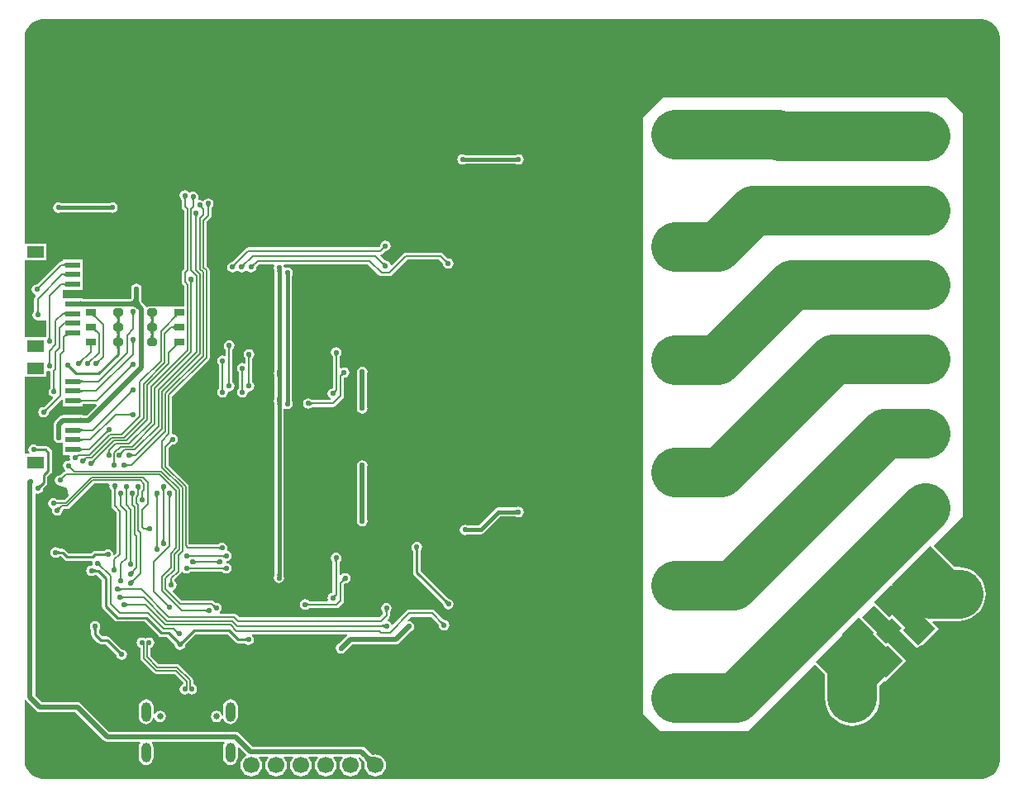
<source format=gbl>
G04*
G04 #@! TF.GenerationSoftware,Altium Limited,Altium Designer,20.0.12 (288)*
G04*
G04 Layer_Physical_Order=2*
G04 Layer_Color=16711680*
%FSLAX25Y25*%
%MOIN*%
G70*
G01*
G75*
%ADD13C,0.01000*%
%ADD14C,0.02000*%
%ADD17C,0.00600*%
%ADD18C,0.01500*%
%ADD20C,0.00800*%
%ADD28R,0.06102X0.02362*%
%ADD98C,0.02559*%
%ADD106C,0.20000*%
%ADD112C,0.09843*%
%ADD113R,0.09843X0.09843*%
%ADD114C,0.20000*%
%ADD115R,0.06693X0.06693*%
%ADD116C,0.06693*%
%ADD117O,0.03800X0.08000*%
%ADD118C,0.02200*%
%ADD119C,0.19685*%
%ADD120C,0.18000*%
G04:AMPARAMS|DCode=121|XSize=86.61mil|YSize=98.43mil|CornerRadius=0mil|HoleSize=0mil|Usage=FLASHONLY|Rotation=135.000|XOffset=0mil|YOffset=0mil|HoleType=Round|Shape=Rectangle|*
%AMROTATEDRECTD121*
4,1,4,0.06542,0.00418,-0.00418,-0.06542,-0.06542,-0.00418,0.00418,0.06542,0.06542,0.00418,0.0*
%
%ADD121ROTATEDRECTD121*%

G04:AMPARAMS|DCode=122|XSize=39.37mil|YSize=31.5mil|CornerRadius=0mil|HoleSize=0mil|Usage=FLASHONLY|Rotation=0.000|XOffset=0mil|YOffset=0mil|HoleType=Round|Shape=Octagon|*
%AMOCTAGOND122*
4,1,8,0.01968,-0.00787,0.01968,0.00787,0.01181,0.01575,-0.01181,0.01575,-0.01968,0.00787,-0.01968,-0.00787,-0.01181,-0.01575,0.01181,-0.01575,0.01968,-0.00787,0.0*
%
%ADD122OCTAGOND122*%

%ADD123R,0.03937X0.03150*%
%ADD124R,0.07087X0.04724*%
%ADD125C,0.19685*%
G04:AMPARAMS|DCode=126|XSize=242.54mil|YSize=236.88mil|CornerRadius=0mil|HoleSize=0mil|Usage=FLASHONLY|Rotation=45.000|XOffset=0mil|YOffset=0mil|HoleType=Round|Shape=Rectangle|*
%AMROTATEDRECTD126*
4,1,4,-0.00200,-0.16950,-0.16950,-0.00200,0.00200,0.16950,0.16950,0.00200,-0.00200,-0.16950,0.0*
%
%ADD126ROTATEDRECTD126*%

G04:AMPARAMS|DCode=127|XSize=220.62mil|YSize=193.75mil|CornerRadius=0mil|HoleSize=0mil|Usage=FLASHONLY|Rotation=45.000|XOffset=0mil|YOffset=0mil|HoleType=Round|Shape=Rectangle|*
%AMROTATEDRECTD127*
4,1,4,-0.00950,-0.14650,-0.14650,-0.00950,0.00950,0.14650,0.14650,0.00950,-0.00950,-0.14650,0.0*
%
%ADD127ROTATEDRECTD127*%

G04:AMPARAMS|DCode=128|XSize=127.99mil|YSize=106.77mil|CornerRadius=0mil|HoleSize=0mil|Usage=FLASHONLY|Rotation=45.000|XOffset=0mil|YOffset=0mil|HoleType=Round|Shape=Rectangle|*
%AMROTATEDRECTD128*
4,1,4,-0.00750,-0.08300,-0.08300,-0.00750,0.00750,0.08300,0.08300,0.00750,-0.00750,-0.08300,0.0*
%
%ADD128ROTATEDRECTD128*%

%ADD129R,0.22700X0.11800*%
G36*
X398481Y379522D02*
X398401Y379430D01*
X398330Y379337D01*
X398269Y379244D01*
X398218Y379151D01*
X398175Y379058D01*
X398142Y378964D01*
X398119Y378870D01*
X398105Y378776D01*
X398100Y378682D01*
X397500D01*
X397495Y378776D01*
X397481Y378870D01*
X397458Y378964D01*
X397425Y379058D01*
X397382Y379151D01*
X397331Y379244D01*
X397270Y379337D01*
X397199Y379430D01*
X397119Y379522D01*
X397030Y379614D01*
X398570D01*
X398481Y379522D01*
D02*
G37*
G36*
X401881Y379022D02*
X401801Y378930D01*
X401730Y378837D01*
X401669Y378744D01*
X401617Y378651D01*
X401575Y378557D01*
X401542Y378464D01*
X401519Y378370D01*
X401505Y378276D01*
X401500Y378182D01*
X400900D01*
X400895Y378276D01*
X400881Y378370D01*
X400858Y378464D01*
X400825Y378557D01*
X400782Y378651D01*
X400731Y378744D01*
X400670Y378837D01*
X400599Y378930D01*
X400519Y379022D01*
X400430Y379114D01*
X401970D01*
X401881Y379022D01*
D02*
G37*
G36*
X407948Y376290D02*
X407869Y376198D01*
X407798Y376105D01*
X407737Y376012D01*
X407685Y375919D01*
X407643Y375825D01*
X407610Y375732D01*
X407587Y375638D01*
X407573Y375544D01*
X407568Y375449D01*
X406968D01*
X406963Y375544D01*
X406949Y375638D01*
X406925Y375732D01*
X406893Y375825D01*
X406850Y375919D01*
X406799Y376012D01*
X406738Y376105D01*
X406667Y376198D01*
X406587Y376290D01*
X406498Y376382D01*
X408038D01*
X407948Y376290D01*
D02*
G37*
G36*
X404902Y376361D02*
X404911Y376239D01*
X404927Y376123D01*
X404949Y376014D01*
X404979Y375912D01*
X405015Y375816D01*
X405057Y375727D01*
X405107Y375644D01*
X405164Y375567D01*
X405227Y375497D01*
X404803Y375073D01*
X404733Y375136D01*
X404656Y375193D01*
X404573Y375242D01*
X404484Y375285D01*
X404388Y375322D01*
X404286Y375351D01*
X404177Y375373D01*
X404061Y375389D01*
X403939Y375398D01*
X403811Y375400D01*
X404900Y376489D01*
X404902Y376361D01*
D02*
G37*
G36*
X403081Y372522D02*
X403001Y372430D01*
X402930Y372337D01*
X402869Y372244D01*
X402817Y372151D01*
X402775Y372058D01*
X402742Y371964D01*
X402719Y371870D01*
X402705Y371776D01*
X402700Y371682D01*
X402100D01*
X402095Y371776D01*
X402081Y371870D01*
X402058Y371964D01*
X402025Y372058D01*
X401982Y372151D01*
X401931Y372244D01*
X401870Y372337D01*
X401799Y372430D01*
X401719Y372522D01*
X401630Y372614D01*
X403170D01*
X403081Y372522D01*
D02*
G37*
G36*
X349652Y351679D02*
X349643Y351755D01*
X349619Y351823D01*
X349578Y351884D01*
X349522Y351936D01*
X349449Y351979D01*
X349359Y352015D01*
X349254Y352044D01*
X349132Y352063D01*
X348994Y352076D01*
X348840Y352080D01*
Y352880D01*
X348994Y352884D01*
X349132Y352895D01*
X349254Y352916D01*
X349359Y352943D01*
X349449Y352979D01*
X349522Y353024D01*
X349578Y353076D01*
X349619Y353135D01*
X349643Y353204D01*
X349652Y353279D01*
Y351679D01*
D02*
G37*
G36*
Y347743D02*
X349643Y347818D01*
X349619Y347886D01*
X349578Y347947D01*
X349522Y347998D01*
X349449Y348042D01*
X349359Y348078D01*
X349254Y348107D01*
X349132Y348127D01*
X348994Y348138D01*
X348840Y348143D01*
Y348942D01*
X348994Y348946D01*
X349132Y348958D01*
X349254Y348978D01*
X349359Y349007D01*
X349449Y349043D01*
X349522Y349086D01*
X349578Y349138D01*
X349619Y349199D01*
X349643Y349267D01*
X349652Y349342D01*
Y347743D01*
D02*
G37*
G36*
X401106Y345848D02*
X401026Y345755D01*
X400956Y345662D01*
X400895Y345569D01*
X400843Y345476D01*
X400801Y345383D01*
X400768Y345289D01*
X400744Y345196D01*
X400730Y345101D01*
X400726Y345007D01*
X400126D01*
X400121Y345101D01*
X400107Y345196D01*
X400083Y345289D01*
X400050Y345383D01*
X400008Y345476D01*
X399956Y345569D01*
X399895Y345662D01*
X399825Y345755D01*
X399745Y345848D01*
X399656Y345940D01*
X401195D01*
X401106Y345848D01*
D02*
G37*
G36*
X349652Y343806D02*
X349643Y343882D01*
X349619Y343950D01*
X349578Y344009D01*
X349522Y344061D01*
X349449Y344106D01*
X349359Y344142D01*
X349254Y344169D01*
X349132Y344190D01*
X348994Y344201D01*
X348840Y344205D01*
Y345005D01*
X348994Y345009D01*
X349132Y345022D01*
X349254Y345041D01*
X349359Y345070D01*
X349449Y345106D01*
X349522Y345149D01*
X349578Y345201D01*
X349619Y345262D01*
X349643Y345329D01*
X349652Y345406D01*
Y343806D01*
D02*
G37*
G36*
X339574Y343408D02*
X339502Y343331D01*
X339438Y343251D01*
X339381Y343168D01*
X339332Y343083D01*
X339291Y342994D01*
X339257Y342903D01*
X339231Y342809D01*
X339213Y342713D01*
X339203Y342613D01*
X339200Y342511D01*
X338111Y343600D01*
X338213Y343603D01*
X338313Y343613D01*
X338409Y343631D01*
X338503Y343657D01*
X338594Y343691D01*
X338683Y343732D01*
X338768Y343781D01*
X338851Y343838D01*
X338931Y343902D01*
X339008Y343974D01*
X339574Y343408D01*
D02*
G37*
G36*
X355738Y337868D02*
X355798Y337840D01*
X355898Y337814D01*
X356038Y337792D01*
X356218Y337774D01*
X356998Y337738D01*
X357718Y337732D01*
Y335732D01*
X357338Y335730D01*
X355798Y335623D01*
X355738Y335595D01*
X355718Y335562D01*
Y337901D01*
X355738Y337868D01*
D02*
G37*
G36*
X379269Y339146D02*
X379283Y338752D01*
X379325Y338369D01*
X379396Y337998D01*
X379495Y337639D01*
X379622Y337292D01*
X379778Y336957D01*
X379961Y336633D01*
X380174Y336321D01*
X380414Y336020D01*
X380683Y335732D01*
X379269Y334317D01*
X378980Y334586D01*
X378679Y334826D01*
X378367Y335038D01*
X378043Y335222D01*
X377708Y335378D01*
X377361Y335505D01*
X377002Y335604D01*
X376631Y335675D01*
X376248Y335717D01*
X375854Y335732D01*
X375269Y337732D01*
X375648Y337752D01*
X375989Y337811D01*
X376289Y337912D01*
X376549Y338052D01*
X376768Y338231D01*
X376948Y338452D01*
X377088Y338712D01*
X377188Y339012D01*
X377249Y339352D01*
X377269Y339732D01*
X379269Y339146D01*
D02*
G37*
G36*
X338904Y333879D02*
X338915Y333777D01*
X338933Y333679D01*
X338959Y333583D01*
X338993Y333492D01*
X339033Y333403D01*
X339081Y333319D01*
X339137Y333238D01*
X339200Y333160D01*
X339270Y333086D01*
X337730D01*
X337800Y333160D01*
X337863Y333238D01*
X337919Y333319D01*
X337967Y333403D01*
X338007Y333492D01*
X338041Y333583D01*
X338067Y333679D01*
X338085Y333777D01*
X338096Y333879D01*
X338100Y333985D01*
X338900D01*
X338904Y333879D01*
D02*
G37*
G36*
X349652Y331995D02*
X349643Y332070D01*
X349619Y332138D01*
X349578Y332199D01*
X349522Y332250D01*
X349449Y332295D01*
X349359Y332330D01*
X349254Y332359D01*
X349132Y332379D01*
X348994Y332390D01*
X348840Y332395D01*
Y333194D01*
X348994Y333198D01*
X349132Y333210D01*
X349254Y333230D01*
X349359Y333259D01*
X349449Y333295D01*
X349522Y333338D01*
X349578Y333390D01*
X349619Y333451D01*
X349643Y333519D01*
X349652Y333594D01*
Y331995D01*
D02*
G37*
G36*
X377655Y332640D02*
X377592Y332562D01*
X377537Y332481D01*
X377488Y332397D01*
X377448Y332308D01*
X377414Y332217D01*
X377389Y332121D01*
X377370Y332023D01*
X377359Y331921D01*
X377355Y331815D01*
X376555D01*
X376552Y331921D01*
X376540Y332023D01*
X376522Y332121D01*
X376496Y332217D01*
X376463Y332308D01*
X376422Y332397D01*
X376374Y332481D01*
X376318Y332562D01*
X376255Y332640D01*
X376185Y332714D01*
X377725D01*
X377655Y332640D01*
D02*
G37*
G36*
X395601Y332100D02*
X395472Y332098D01*
X395351Y332089D01*
X395235Y332073D01*
X395126Y332051D01*
X395024Y332021D01*
X394928Y331985D01*
X394838Y331943D01*
X394755Y331893D01*
X394679Y331836D01*
X394609Y331773D01*
X394185Y332197D01*
X394248Y332267D01*
X394305Y332344D01*
X394354Y332427D01*
X394397Y332516D01*
X394433Y332612D01*
X394463Y332714D01*
X394485Y332823D01*
X394501Y332939D01*
X394510Y333061D01*
X394512Y333189D01*
X395601Y332100D01*
D02*
G37*
G36*
X360890Y333061D02*
X360899Y332939D01*
X360915Y332823D01*
X360937Y332714D01*
X360967Y332612D01*
X361003Y332516D01*
X361046Y332427D01*
X361095Y332344D01*
X361152Y332267D01*
X361215Y332197D01*
X360791Y331773D01*
X360721Y331836D01*
X360645Y331893D01*
X360562Y331943D01*
X360472Y331985D01*
X360376Y332021D01*
X360274Y332051D01*
X360165Y332073D01*
X360049Y332089D01*
X359928Y332098D01*
X359799Y332100D01*
X360888Y333189D01*
X360890Y333061D01*
D02*
G37*
G36*
X394898Y331649D02*
X394834Y331664D01*
X394767Y331667D01*
X394694Y331656D01*
X394616Y331632D01*
X394534Y331595D01*
X394447Y331544D01*
X394354Y331481D01*
X394257Y331405D01*
X394156Y331315D01*
X394049Y331213D01*
X393231Y331243D01*
X393369Y331385D01*
X393581Y331630D01*
X393656Y331734D01*
X393710Y331825D01*
X393743Y331904D01*
X393755Y331970D01*
X393747Y332023D01*
X393718Y332064D01*
X393667Y332092D01*
X394898Y331649D01*
D02*
G37*
G36*
X361693Y332063D02*
X361662Y332022D01*
X361652Y331968D01*
X361664Y331902D01*
X361696Y331823D01*
X361748Y331732D01*
X361822Y331628D01*
X361917Y331513D01*
X362169Y331243D01*
X361351Y331213D01*
X361246Y331314D01*
X361049Y331477D01*
X360957Y331539D01*
X360870Y331588D01*
X360787Y331624D01*
X360709Y331647D01*
X360636Y331657D01*
X360567Y331653D01*
X360502Y331637D01*
X361745Y332092D01*
X361693Y332063D01*
D02*
G37*
G36*
X385307Y332358D02*
X385261Y332296D01*
X385221Y332226D01*
X385185Y332151D01*
X385156Y332069D01*
X385131Y331980D01*
X385113Y331885D01*
X385099Y331783D01*
X385091Y331675D01*
X385090Y331649D01*
X385588D01*
X385493Y331639D01*
X385408Y331609D01*
X385333Y331558D01*
X385268Y331487D01*
X385213Y331396D01*
X385168Y331285D01*
X385133Y331153D01*
X385108Y331001D01*
X385093Y330830D01*
X385088Y330637D01*
X384088D01*
X384083Y330830D01*
X384068Y331001D01*
X384043Y331153D01*
X384008Y331285D01*
X383963Y331396D01*
X383908Y331487D01*
X383843Y331558D01*
X383768Y331609D01*
X383683Y331639D01*
X383588Y331649D01*
X384086D01*
X384085Y331675D01*
X384064Y331885D01*
X384045Y331980D01*
X384021Y332069D01*
X383991Y332151D01*
X383956Y332226D01*
X383915Y332296D01*
X383870Y332358D01*
X383818Y332414D01*
X385358D01*
X385307Y332358D01*
D02*
G37*
G36*
X371717Y331639D02*
X371632Y331609D01*
X371557Y331558D01*
X371492Y331487D01*
X371437Y331396D01*
X371392Y331285D01*
X371357Y331153D01*
X371332Y331001D01*
X371317Y330830D01*
X371312Y330637D01*
X370312D01*
X370307Y330830D01*
X370292Y331001D01*
X370267Y331153D01*
X370232Y331285D01*
X370187Y331396D01*
X370132Y331487D01*
X370067Y331558D01*
X369992Y331609D01*
X369907Y331639D01*
X369812Y331649D01*
X371812D01*
X371717Y331639D01*
D02*
G37*
G36*
X385093Y329621D02*
X385108Y329449D01*
X385133Y329297D01*
X385168Y329165D01*
X385213Y329054D01*
X385268Y328963D01*
X385333Y328892D01*
X385408Y328841D01*
X385493Y328811D01*
X385588Y328801D01*
X383588D01*
X383683Y328811D01*
X383768Y328841D01*
X383843Y328892D01*
X383908Y328963D01*
X383963Y329054D01*
X384008Y329165D01*
X384043Y329297D01*
X384068Y329449D01*
X384083Y329621D01*
X384088Y329813D01*
X385088D01*
X385093Y329621D01*
D02*
G37*
G36*
X393555Y327599D02*
X393569Y327608D01*
X393612Y327647D01*
X393643Y327692D01*
X393661Y327743D01*
X393667Y327800D01*
Y326600D01*
X393661Y326657D01*
X393643Y326708D01*
X393612Y326753D01*
X393569Y326792D01*
X393555Y326801D01*
Y326430D01*
X393463Y326519D01*
X393370Y326599D01*
X393278Y326670D01*
X393185Y326731D01*
X393092Y326782D01*
X392998Y326825D01*
X392904Y326858D01*
X392811Y326881D01*
X392717Y326895D01*
X392622Y326900D01*
Y327500D01*
X392717Y327505D01*
X392811Y327519D01*
X392904Y327542D01*
X392998Y327575D01*
X393092Y327618D01*
X393185Y327669D01*
X393278Y327730D01*
X393370Y327801D01*
X393463Y327881D01*
X393555Y327970D01*
Y327599D01*
D02*
G37*
G36*
X361687Y327061D02*
X361696Y326939D01*
X361711Y326835D01*
X361733Y326889D01*
X361716Y326828D01*
X361715Y326810D01*
X361735Y326714D01*
X361764Y326612D01*
X361800Y326516D01*
X361841Y326431D01*
X361896Y326350D01*
X361974Y326252D01*
X362065Y326149D01*
X362169Y326041D01*
X362098Y325263D01*
X361958Y325399D01*
X361715Y325609D01*
X361612Y325683D01*
X361521Y325737D01*
X361442Y325770D01*
X361376Y325783D01*
X361322Y325776D01*
X361280Y325748D01*
X361250Y325699D01*
X361350Y325947D01*
X361269Y325985D01*
X361173Y326022D01*
X361071Y326051D01*
X360962Y326073D01*
X360847Y326089D01*
X360725Y326098D01*
X360596Y326100D01*
X361685Y327189D01*
X361687Y327061D01*
D02*
G37*
G36*
X371317Y329621D02*
X371332Y329449D01*
X371357Y329297D01*
X371392Y329165D01*
X371437Y329054D01*
X371492Y328963D01*
X371557Y328892D01*
X371632Y328841D01*
X371717Y328811D01*
X371812Y328801D01*
X371315D01*
X371384Y328202D01*
X370743Y327319D01*
X370700Y327200D01*
X370743Y327081D01*
X371384Y326198D01*
X371326Y325699D01*
X371812D01*
X371717Y325689D01*
X371632Y325659D01*
X371557Y325608D01*
X371492Y325537D01*
X371437Y325446D01*
X371392Y325335D01*
X371357Y325203D01*
X371332Y325051D01*
X371317Y324880D01*
X371312Y324687D01*
X370312D01*
X370307Y324880D01*
X370292Y325051D01*
X370267Y325203D01*
X370232Y325335D01*
X370187Y325446D01*
X370132Y325537D01*
X370067Y325608D01*
X369992Y325659D01*
X369907Y325689D01*
X369812Y325699D01*
X371091D01*
X370312Y326142D01*
X370700Y327200D01*
X370312Y328258D01*
X371267Y328801D01*
X369812D01*
X369907Y328811D01*
X369992Y328841D01*
X370067Y328892D01*
X370132Y328963D01*
X370187Y329054D01*
X370232Y329165D01*
X370267Y329297D01*
X370292Y329449D01*
X370307Y329621D01*
X370312Y329813D01*
X371312D01*
X371317Y329621D01*
D02*
G37*
G36*
X385493Y325689D02*
X385408Y325659D01*
X385333Y325608D01*
X385268Y325537D01*
X385213Y325446D01*
X385168Y325335D01*
X385133Y325203D01*
X385108Y325051D01*
X385093Y324880D01*
X385088Y324687D01*
X384088D01*
X384083Y324880D01*
X384068Y325051D01*
X384043Y325203D01*
X384008Y325335D01*
X383963Y325446D01*
X383908Y325537D01*
X383843Y325608D01*
X383768Y325659D01*
X383683Y325689D01*
X383588Y325699D01*
X385588D01*
X385493Y325689D01*
D02*
G37*
G36*
X350483Y323763D02*
X350434Y323820D01*
X350372Y323852D01*
X350295Y323858D01*
X350203Y323838D01*
X350097Y323793D01*
X349977Y323723D01*
X349842Y323626D01*
X349693Y323505D01*
X349351Y323186D01*
X349074Y324040D01*
X349221Y324192D01*
X349455Y324470D01*
X349542Y324597D01*
X349610Y324714D01*
X349658Y324823D01*
X349686Y324923D01*
X349694Y325014D01*
X349683Y325097D01*
X349652Y325171D01*
X350483Y323763D01*
D02*
G37*
G36*
X385093Y323671D02*
X385108Y323499D01*
X385133Y323347D01*
X385168Y323215D01*
X385213Y323104D01*
X385268Y323013D01*
X385333Y322942D01*
X385408Y322891D01*
X385493Y322861D01*
X385588Y322851D01*
X383588D01*
X383683Y322861D01*
X383768Y322891D01*
X383843Y322942D01*
X383908Y323013D01*
X383963Y323104D01*
X384008Y323215D01*
X384043Y323347D01*
X384068Y323499D01*
X384083Y323671D01*
X384088Y323863D01*
X385088D01*
X385093Y323671D01*
D02*
G37*
G36*
X371317Y323671D02*
X371332Y323499D01*
X371357Y323347D01*
X371392Y323215D01*
X371437Y323104D01*
X371492Y323013D01*
X371557Y322942D01*
X371632Y322891D01*
X371717Y322861D01*
X371812Y322851D01*
X369812D01*
X369907Y322861D01*
X369992Y322891D01*
X370067Y322942D01*
X370132Y323013D01*
X370187Y323104D01*
X370232Y323215D01*
X370267Y323347D01*
X370292Y323499D01*
X370307Y323671D01*
X370312Y323863D01*
X371312D01*
X371317Y323671D01*
D02*
G37*
G36*
X343604Y323379D02*
X343615Y323277D01*
X343633Y323179D01*
X343659Y323083D01*
X343692Y322992D01*
X343733Y322903D01*
X343781Y322819D01*
X343837Y322738D01*
X343900Y322660D01*
X343970Y322586D01*
X342430D01*
X342500Y322660D01*
X342563Y322738D01*
X342619Y322819D01*
X342667Y322903D01*
X342707Y322992D01*
X342741Y323083D01*
X342767Y323179D01*
X342785Y323277D01*
X342796Y323379D01*
X342800Y323485D01*
X343600D01*
X343604Y323379D01*
D02*
G37*
G36*
X377655Y321485D02*
X377592Y321407D01*
X377537Y321326D01*
X377488Y321241D01*
X377448Y321153D01*
X377414Y321061D01*
X377389Y320966D01*
X377370Y320868D01*
X377359Y320766D01*
X377355Y320660D01*
X376555D01*
X376552Y320766D01*
X376540Y320868D01*
X376522Y320966D01*
X376496Y321061D01*
X376463Y321153D01*
X376422Y321241D01*
X376374Y321326D01*
X376318Y321407D01*
X376255Y321485D01*
X376185Y321559D01*
X377725D01*
X377655Y321485D01*
D02*
G37*
G36*
X395601Y320200D02*
X395472Y320198D01*
X395351Y320189D01*
X395235Y320173D01*
X395126Y320151D01*
X395024Y320122D01*
X394928Y320085D01*
X394838Y320042D01*
X394755Y319993D01*
X394679Y319936D01*
X394609Y319873D01*
X394185Y320297D01*
X394248Y320367D01*
X394305Y320444D01*
X394354Y320527D01*
X394397Y320616D01*
X394433Y320712D01*
X394463Y320814D01*
X394485Y320923D01*
X394501Y321039D01*
X394510Y321161D01*
X394512Y321289D01*
X395601Y320200D01*
D02*
G37*
G36*
X394898Y319749D02*
X394834Y319764D01*
X394767Y319767D01*
X394694Y319756D01*
X394616Y319732D01*
X394534Y319695D01*
X394447Y319644D01*
X394354Y319581D01*
X394257Y319505D01*
X394156Y319415D01*
X394049Y319313D01*
X393231Y319343D01*
X393369Y319485D01*
X393581Y319730D01*
X393656Y319834D01*
X393710Y319925D01*
X393743Y320004D01*
X393755Y320070D01*
X393747Y320123D01*
X393718Y320164D01*
X393667Y320192D01*
X394898Y319749D01*
D02*
G37*
G36*
X360469Y320422D02*
X360389Y320330D01*
X360318Y320237D01*
X360257Y320144D01*
X360206Y320051D01*
X360163Y319957D01*
X360131Y319864D01*
X360107Y319770D01*
X360102Y319737D01*
X360388D01*
X360331Y319731D01*
X360280Y319713D01*
X360235Y319683D01*
X360196Y319641D01*
X360163Y319587D01*
X360136Y319521D01*
X360115Y319443D01*
X360100Y319353D01*
X360091Y319251D01*
X360088Y319137D01*
X359488D01*
X359485Y319251D01*
X359476Y319353D01*
X359461Y319443D01*
X359440Y319521D01*
X359413Y319587D01*
X359380Y319641D01*
X359341Y319683D01*
X359296Y319713D01*
X359245Y319731D01*
X359188Y319737D01*
X359474D01*
X359469Y319770D01*
X359446Y319864D01*
X359413Y319957D01*
X359371Y320051D01*
X359319Y320144D01*
X359258Y320237D01*
X359187Y320330D01*
X359107Y320422D01*
X359018Y320514D01*
X360558D01*
X360469Y320422D01*
D02*
G37*
G36*
X371717Y319739D02*
X371632Y319709D01*
X371557Y319658D01*
X371492Y319587D01*
X371437Y319496D01*
X371392Y319385D01*
X371357Y319253D01*
X371332Y319102D01*
X371317Y318929D01*
X371312Y318737D01*
X370312D01*
X370307Y318929D01*
X370292Y319102D01*
X370267Y319253D01*
X370232Y319385D01*
X370187Y319496D01*
X370132Y319587D01*
X370067Y319658D01*
X369992Y319709D01*
X369907Y319739D01*
X369812Y319749D01*
X371812D01*
X371717Y319739D01*
D02*
G37*
G36*
X343604Y313379D02*
X343615Y313277D01*
X343633Y313178D01*
X343659Y313083D01*
X343692Y312992D01*
X343733Y312903D01*
X343781Y312819D01*
X343837Y312738D01*
X343900Y312660D01*
X343970Y312586D01*
X342430D01*
X342500Y312660D01*
X342563Y312738D01*
X342619Y312819D01*
X342667Y312903D01*
X342707Y312992D01*
X342741Y313083D01*
X342767Y313178D01*
X342785Y313277D01*
X342796Y313379D01*
X342800Y313485D01*
X343600D01*
X343604Y313379D01*
D02*
G37*
G36*
X363427Y313503D02*
X363364Y313433D01*
X363307Y313356D01*
X363258Y313273D01*
X363215Y313184D01*
X363178Y313088D01*
X363149Y312986D01*
X363127Y312877D01*
X363111Y312761D01*
X363102Y312639D01*
X363100Y312511D01*
X362011Y313600D01*
X362139Y313602D01*
X362261Y313611D01*
X362377Y313627D01*
X362486Y313649D01*
X362588Y313679D01*
X362684Y313715D01*
X362773Y313757D01*
X362856Y313807D01*
X362933Y313864D01*
X363003Y313927D01*
X363427Y313503D01*
D02*
G37*
G36*
X359927D02*
X359864Y313433D01*
X359807Y313356D01*
X359757Y313273D01*
X359715Y313184D01*
X359679Y313088D01*
X359649Y312986D01*
X359627Y312877D01*
X359611Y312761D01*
X359602Y312639D01*
X359600Y312511D01*
X358511Y313600D01*
X358639Y313602D01*
X358761Y313611D01*
X358877Y313627D01*
X358986Y313649D01*
X359088Y313679D01*
X359184Y313715D01*
X359273Y313757D01*
X359356Y313807D01*
X359433Y313864D01*
X359503Y313927D01*
X359927Y313503D01*
D02*
G37*
G36*
X356427D02*
X356364Y313433D01*
X356307Y313356D01*
X356258Y313273D01*
X356215Y313184D01*
X356178Y313088D01*
X356149Y312986D01*
X356127Y312877D01*
X356111Y312761D01*
X356102Y312639D01*
X356100Y312511D01*
X355011Y313600D01*
X355139Y313602D01*
X355261Y313611D01*
X355377Y313627D01*
X355486Y313649D01*
X355588Y313679D01*
X355684Y313715D01*
X355773Y313757D01*
X355856Y313807D01*
X355933Y313864D01*
X356003Y313927D01*
X356427Y313503D01*
D02*
G37*
G36*
X376944Y311355D02*
X376842Y311352D01*
X376743Y311342D01*
X376646Y311324D01*
X376552Y311298D01*
X376461Y311264D01*
X376373Y311223D01*
X376287Y311174D01*
X376204Y311118D01*
X376124Y311053D01*
X376047Y310981D01*
X375481Y311547D01*
X375553Y311624D01*
X375618Y311704D01*
X375674Y311787D01*
X375723Y311873D01*
X375764Y311961D01*
X375798Y312052D01*
X375824Y312146D01*
X375842Y312243D01*
X375852Y312342D01*
X375855Y312444D01*
X376944Y311355D01*
D02*
G37*
G36*
X351603Y311913D02*
X351615Y311836D01*
X351636Y311759D01*
X351664Y311680D01*
X351701Y311601D01*
X351747Y311521D01*
X351801Y311441D01*
X351863Y311359D01*
X351934Y311277D01*
X352013Y311194D01*
X351306Y310487D01*
X351223Y310566D01*
X351059Y310699D01*
X350979Y310753D01*
X350899Y310799D01*
X350820Y310836D01*
X350741Y310864D01*
X350664Y310885D01*
X350587Y310897D01*
X350511Y310900D01*
X351600Y311989D01*
X351603Y311913D01*
D02*
G37*
G36*
X355714Y306204D02*
X355738Y306136D01*
X355779Y306076D01*
X355836Y306024D01*
X355909Y305979D01*
X355998Y305943D01*
X356104Y305915D01*
X356226Y305895D01*
X356364Y305884D01*
X356518Y305879D01*
Y305080D01*
X356364Y305076D01*
X356226Y305064D01*
X356104Y305044D01*
X355998Y305015D01*
X355909Y304979D01*
X355836Y304936D01*
X355779Y304884D01*
X355738Y304823D01*
X355714Y304755D01*
X355706Y304679D01*
Y306279D01*
X355714Y306204D01*
D02*
G37*
G36*
X345404Y302879D02*
X345415Y302777D01*
X345433Y302678D01*
X345459Y302583D01*
X345493Y302492D01*
X345533Y302403D01*
X345581Y302319D01*
X345637Y302238D01*
X345700Y302160D01*
X345770Y302086D01*
X344230D01*
X344300Y302160D01*
X344363Y302238D01*
X344419Y302319D01*
X344467Y302403D01*
X344508Y302492D01*
X344541Y302583D01*
X344567Y302678D01*
X344585Y302777D01*
X344596Y302879D01*
X344600Y302985D01*
X345400D01*
X345404Y302879D01*
D02*
G37*
G36*
X355714Y302267D02*
X355738Y302199D01*
X355779Y302138D01*
X355836Y302086D01*
X355909Y302043D01*
X355998Y302007D01*
X356104Y301978D01*
X356226Y301958D01*
X356364Y301946D01*
X356518Y301942D01*
Y301143D01*
X356364Y301138D01*
X356226Y301127D01*
X356104Y301107D01*
X355998Y301079D01*
X355909Y301043D01*
X355836Y300998D01*
X355779Y300946D01*
X355738Y300887D01*
X355714Y300818D01*
X355706Y300743D01*
Y302343D01*
X355714Y302267D01*
D02*
G37*
G36*
X376944Y301045D02*
X376842Y301042D01*
X376743Y301031D01*
X376646Y301013D01*
X376552Y300988D01*
X376461Y300954D01*
X376373Y300913D01*
X376287Y300864D01*
X376204Y300807D01*
X376124Y300743D01*
X376047Y300671D01*
X375481Y301236D01*
X375553Y301314D01*
X375618Y301394D01*
X375674Y301477D01*
X375723Y301562D01*
X375764Y301650D01*
X375798Y301742D01*
X375824Y301835D01*
X375842Y301932D01*
X375852Y302032D01*
X375855Y302134D01*
X376944Y301045D01*
D02*
G37*
G36*
X355714Y298329D02*
X355738Y298261D01*
X355779Y298201D01*
X355836Y298149D01*
X355909Y298106D01*
X355998Y298070D01*
X356104Y298042D01*
X356226Y298022D01*
X356364Y298009D01*
X356518Y298006D01*
Y297205D01*
X356364Y297201D01*
X356226Y297189D01*
X356104Y297169D01*
X355998Y297142D01*
X355909Y297106D01*
X355836Y297061D01*
X355779Y297009D01*
X355738Y296950D01*
X355714Y296882D01*
X355706Y296806D01*
Y298406D01*
X355714Y298329D01*
D02*
G37*
G36*
X342374Y293908D02*
X342302Y293831D01*
X342238Y293751D01*
X342181Y293668D01*
X342132Y293583D01*
X342091Y293494D01*
X342057Y293403D01*
X342031Y293309D01*
X342013Y293213D01*
X342003Y293113D01*
X342000Y293011D01*
X340911Y294100D01*
X341013Y294103D01*
X341113Y294113D01*
X341209Y294131D01*
X341303Y294157D01*
X341394Y294191D01*
X341483Y294232D01*
X341568Y294281D01*
X341651Y294338D01*
X341731Y294402D01*
X341808Y294474D01*
X342374Y293908D01*
D02*
G37*
G36*
X720933Y451393D02*
X722389Y450789D01*
X723700Y449914D01*
X724814Y448800D01*
X725690Y447489D01*
X726293Y446033D01*
X726600Y444488D01*
Y443700D01*
Y153000D01*
Y152212D01*
X726293Y150666D01*
X725690Y149211D01*
X724814Y147900D01*
X723700Y146786D01*
X722389Y145911D01*
X720933Y145307D01*
X719388Y145000D01*
X340312D01*
X338767Y145307D01*
X337311Y145911D01*
X336000Y146786D01*
X334886Y147900D01*
X334011Y149211D01*
X333407Y150666D01*
X333100Y152212D01*
Y153000D01*
Y176843D01*
X333600Y176994D01*
X333958Y176458D01*
X337858Y172558D01*
X338520Y172116D01*
X339300Y171961D01*
X353755D01*
X365058Y160658D01*
X365720Y160216D01*
X366500Y160061D01*
X379637D01*
X379884Y159561D01*
X379659Y159268D01*
X379367Y158562D01*
X379267Y157805D01*
Y153605D01*
X379367Y152848D01*
X379659Y152143D01*
X380124Y151537D01*
X380730Y151072D01*
X381435Y150780D01*
X382192Y150680D01*
X382949Y150780D01*
X383655Y151072D01*
X384260Y151537D01*
X384725Y152143D01*
X385017Y152848D01*
X385117Y153605D01*
Y157805D01*
X385017Y158562D01*
X384725Y159268D01*
X384500Y159561D01*
X384747Y160061D01*
X413653D01*
X413900Y159561D01*
X413675Y159268D01*
X413382Y158562D01*
X413283Y157805D01*
Y153605D01*
X413382Y152848D01*
X413675Y152143D01*
X414140Y151537D01*
X414745Y151072D01*
X415451Y150780D01*
X416208Y150680D01*
X416965Y150780D01*
X417670Y151072D01*
X418276Y151537D01*
X418741Y152143D01*
X419033Y152848D01*
X419133Y153605D01*
Y157676D01*
X419578Y157939D01*
X422599Y154917D01*
X422482Y154327D01*
X422408Y154297D01*
X421500Y153600D01*
X420803Y152692D01*
X420365Y151635D01*
X420216Y150500D01*
X420365Y149365D01*
X420803Y148308D01*
X421500Y147400D01*
X422408Y146703D01*
X423465Y146265D01*
X424600Y146116D01*
X425735Y146265D01*
X426792Y146703D01*
X427700Y147400D01*
X428397Y148308D01*
X428835Y149365D01*
X428984Y150500D01*
X428835Y151635D01*
X428397Y152692D01*
X427730Y153561D01*
X427786Y153853D01*
X427856Y154061D01*
X431344D01*
X431414Y153853D01*
X431470Y153561D01*
X430803Y152692D01*
X430365Y151635D01*
X430216Y150500D01*
X430365Y149365D01*
X430803Y148308D01*
X431500Y147400D01*
X432408Y146703D01*
X433465Y146265D01*
X434600Y146116D01*
X435735Y146265D01*
X436792Y146703D01*
X437700Y147400D01*
X438397Y148308D01*
X438835Y149365D01*
X438984Y150500D01*
X438835Y151635D01*
X438397Y152692D01*
X437730Y153561D01*
X437786Y153853D01*
X437856Y154061D01*
X441344D01*
X441414Y153853D01*
X441470Y153561D01*
X440803Y152692D01*
X440365Y151635D01*
X440216Y150500D01*
X440365Y149365D01*
X440803Y148308D01*
X441500Y147400D01*
X442408Y146703D01*
X443465Y146265D01*
X444600Y146116D01*
X445735Y146265D01*
X446792Y146703D01*
X447700Y147400D01*
X448397Y148308D01*
X448835Y149365D01*
X448984Y150500D01*
X448835Y151635D01*
X448397Y152692D01*
X447730Y153561D01*
X447786Y153853D01*
X447856Y154061D01*
X451344D01*
X451414Y153853D01*
X451470Y153561D01*
X450803Y152692D01*
X450365Y151635D01*
X450216Y150500D01*
X450365Y149365D01*
X450803Y148308D01*
X451500Y147400D01*
X452408Y146703D01*
X453465Y146265D01*
X454600Y146116D01*
X455735Y146265D01*
X456792Y146703D01*
X457700Y147400D01*
X458397Y148308D01*
X458835Y149365D01*
X458984Y150500D01*
X458835Y151635D01*
X458397Y152692D01*
X457730Y153561D01*
X457786Y153853D01*
X457856Y154061D01*
X461344D01*
X461414Y153853D01*
X461470Y153561D01*
X460803Y152692D01*
X460365Y151635D01*
X460216Y150500D01*
X460365Y149365D01*
X460803Y148308D01*
X461500Y147400D01*
X462408Y146703D01*
X463465Y146265D01*
X464600Y146116D01*
X465735Y146265D01*
X466792Y146703D01*
X467700Y147400D01*
X468397Y148308D01*
X468835Y149365D01*
X468984Y150500D01*
X468835Y151635D01*
X468397Y152692D01*
X467913Y153322D01*
X467936Y153580D01*
X468110Y153875D01*
X468326Y153890D01*
X470429Y151787D01*
X470365Y151635D01*
X470216Y150500D01*
X470365Y149365D01*
X470803Y148308D01*
X471500Y147400D01*
X472408Y146703D01*
X473465Y146265D01*
X474600Y146116D01*
X475735Y146265D01*
X476792Y146703D01*
X477700Y147400D01*
X478397Y148308D01*
X478835Y149365D01*
X478984Y150500D01*
X478835Y151635D01*
X478397Y152692D01*
X477700Y153600D01*
X476792Y154297D01*
X475735Y154735D01*
X474600Y154884D01*
X473465Y154735D01*
X473313Y154671D01*
X470442Y157542D01*
X469780Y157984D01*
X469000Y158139D01*
X425145D01*
X419742Y163542D01*
X419080Y163984D01*
X418300Y164139D01*
X367345D01*
X356042Y175442D01*
X355380Y175884D01*
X354600Y176039D01*
X340145D01*
X337439Y178745D01*
Y259828D01*
X337939Y260170D01*
X338500Y260059D01*
X339319Y260222D01*
X340014Y260686D01*
X340478Y261381D01*
X340636Y262173D01*
X341881Y263419D01*
X342213Y263915D01*
X342329Y264500D01*
Y266866D01*
X343781Y268319D01*
X344113Y268815D01*
X344229Y269400D01*
Y276800D01*
X344113Y277385D01*
X343781Y277881D01*
X342681Y278981D01*
X342185Y279313D01*
X341600Y279429D01*
X338391D01*
X337719Y279878D01*
X336900Y280041D01*
X336081Y279878D01*
X335386Y279414D01*
X334922Y278719D01*
X334759Y277900D01*
X334922Y277081D01*
X335200Y276664D01*
X334933Y276165D01*
X333100D01*
Y307236D01*
X342064D01*
Y309477D01*
X342565Y309785D01*
X343200Y309659D01*
X343573Y309223D01*
Y302872D01*
X343486Y302814D01*
X343022Y302119D01*
X342859Y301300D01*
X343022Y300481D01*
X343486Y299786D01*
X344181Y299322D01*
X344444Y299270D01*
X344608Y298727D01*
X341002Y295121D01*
X340900Y295141D01*
X340081Y294978D01*
X339386Y294514D01*
X338922Y293819D01*
X338759Y293000D01*
X338922Y292181D01*
X339386Y291486D01*
X340081Y291022D01*
X340900Y290859D01*
X341719Y291022D01*
X342414Y291486D01*
X342878Y292181D01*
X343041Y293000D01*
X343021Y293102D01*
X348128Y298209D01*
X348628Y298002D01*
Y295424D01*
X356730D01*
Y296178D01*
X361887D01*
X362094Y295678D01*
X358187Y291771D01*
X356730D01*
Y291913D01*
X348628D01*
Y291770D01*
X347851Y291616D01*
X347190Y291173D01*
X345558Y289542D01*
X345116Y288880D01*
X344961Y288100D01*
Y283313D01*
X344859Y282800D01*
X345022Y281981D01*
X345486Y281286D01*
X346181Y280822D01*
X347000Y280659D01*
X347819Y280822D01*
X348128Y281028D01*
X348628Y280761D01*
Y275739D01*
X351266D01*
X351506Y275239D01*
X351359Y274500D01*
X351475Y273917D01*
X351108Y273492D01*
X351090Y273483D01*
X350800Y273541D01*
X349981Y273378D01*
X349286Y272914D01*
X348822Y272219D01*
X348659Y271400D01*
X348822Y270581D01*
X349286Y269886D01*
X349601Y269676D01*
X349495Y269145D01*
X349393Y269125D01*
X348963Y268837D01*
X347722Y267597D01*
X347500Y267641D01*
X346681Y267478D01*
X345986Y267014D01*
X345522Y266319D01*
X345359Y265500D01*
X345522Y264681D01*
X345986Y263986D01*
X346681Y263522D01*
X347500Y263359D01*
X350200Y262400D01*
X350994Y259324D01*
X349295Y257626D01*
X346440D01*
X346314Y257814D01*
X345619Y258278D01*
X344800Y258441D01*
X343981Y258278D01*
X343286Y257814D01*
X342822Y257119D01*
X342659Y256300D01*
X342822Y255481D01*
X343286Y254786D01*
X343981Y254322D01*
X344231Y253762D01*
X344159Y253400D01*
X344322Y252581D01*
X344786Y251886D01*
X345481Y251422D01*
X346300Y251259D01*
X347119Y251422D01*
X347814Y251886D01*
X348278Y252581D01*
X348441Y253400D01*
X348428Y253466D01*
X348784Y253874D01*
X350300D01*
X350807Y253975D01*
X351237Y254263D01*
X361149Y264175D01*
X367070D01*
X367453Y263674D01*
X367359Y263200D01*
X367522Y262381D01*
X367986Y261686D01*
X368175Y261560D01*
Y255300D01*
X368275Y254793D01*
X368563Y254363D01*
X370374Y252551D01*
Y236349D01*
X369408Y235382D01*
X369020Y235563D01*
X368937Y235619D01*
X368778Y236419D01*
X368314Y237114D01*
X367619Y237578D01*
X366800Y237741D01*
X365981Y237578D01*
X365309Y237129D01*
X361600D01*
X361015Y237013D01*
X360519Y236681D01*
X359866Y236029D01*
X351033D01*
X349581Y237481D01*
X349085Y237813D01*
X348500Y237929D01*
X347191D01*
X346519Y238378D01*
X345700Y238541D01*
X344881Y238378D01*
X344186Y237914D01*
X343722Y237219D01*
X343559Y236400D01*
X343722Y235581D01*
X344186Y234886D01*
X344881Y234422D01*
X345700Y234259D01*
X346519Y234422D01*
X347191Y234871D01*
X347867D01*
X349319Y233419D01*
X349815Y233087D01*
X350400Y232971D01*
X360225D01*
X360617Y232563D01*
X360638Y232488D01*
X360559Y232088D01*
X360663Y231563D01*
X360256Y231134D01*
X360220Y231141D01*
X359401Y230978D01*
X358706Y230514D01*
X358242Y229819D01*
X358079Y229000D01*
X358242Y228181D01*
X358706Y227486D01*
X359401Y227022D01*
X360220Y226859D01*
X361040Y227022D01*
X361711Y227471D01*
X362266D01*
X364371Y225366D01*
Y214700D01*
X364487Y214115D01*
X364819Y213619D01*
X369419Y209019D01*
X369915Y208687D01*
X370500Y208571D01*
X381467D01*
X387219Y202819D01*
X387715Y202487D01*
X388300Y202371D01*
X390566D01*
X393664Y199273D01*
X393822Y198481D01*
X394286Y197786D01*
X394981Y197322D01*
X395800Y197159D01*
X396619Y197322D01*
X397314Y197786D01*
X397778Y198481D01*
X397936Y199273D01*
X402134Y203471D01*
X414866D01*
X418119Y200219D01*
X418615Y199887D01*
X419200Y199771D01*
X422009D01*
X422681Y199322D01*
X423500Y199159D01*
X424319Y199322D01*
X425014Y199786D01*
X425478Y200481D01*
X425641Y201300D01*
X425478Y202119D01*
X425014Y202814D01*
X424926Y202873D01*
X425078Y203373D01*
X463102D01*
X463254Y202873D01*
X463058Y202742D01*
X459821Y199504D01*
X459386Y199214D01*
X458922Y198519D01*
X458759Y197700D01*
X458922Y196881D01*
X459386Y196186D01*
X460081Y195722D01*
X460900Y195559D01*
X461719Y195722D01*
X462414Y196186D01*
X462704Y196621D01*
X465345Y199261D01*
X482900D01*
X483680Y199416D01*
X484342Y199858D01*
X489280Y204796D01*
X489714Y205086D01*
X490178Y205781D01*
X490341Y206600D01*
X490178Y207419D01*
X489714Y208114D01*
X489019Y208578D01*
X488200Y208741D01*
X487909Y208683D01*
X487663Y209144D01*
X488991Y210473D01*
X496909D01*
X500179Y207202D01*
X500159Y207100D01*
X500322Y206281D01*
X500786Y205586D01*
X501481Y205122D01*
X502300Y204959D01*
X503119Y205122D01*
X503814Y205586D01*
X504278Y206281D01*
X504441Y207100D01*
X504278Y207919D01*
X503814Y208614D01*
X503119Y209078D01*
X502300Y209241D01*
X502198Y209221D01*
X498509Y212909D01*
X498046Y213219D01*
X497500Y213327D01*
X497500Y213327D01*
X488400D01*
X488400Y213327D01*
X487854Y213219D01*
X487391Y212909D01*
X487391Y212909D01*
X481673Y207192D01*
X481131Y207356D01*
X481078Y207619D01*
X480614Y208314D01*
X479919Y208778D01*
X479656Y208830D01*
X479492Y209373D01*
X480109Y209991D01*
X480419Y210454D01*
X480527Y211000D01*
X480527Y211000D01*
Y212328D01*
X480614Y212386D01*
X481078Y213081D01*
X481241Y213900D01*
X481078Y214719D01*
X480614Y215414D01*
X479919Y215878D01*
X479100Y216041D01*
X478281Y215878D01*
X477586Y215414D01*
X477122Y214719D01*
X476959Y213900D01*
X477122Y213081D01*
X477586Y212386D01*
X477673Y212328D01*
Y211591D01*
X476309Y210227D01*
X419910D01*
X418728Y211409D01*
X418265Y211719D01*
X417719Y211827D01*
X417719Y211827D01*
X411928D01*
X411777Y212327D01*
X412014Y212486D01*
X412478Y213181D01*
X412641Y214000D01*
X412478Y214819D01*
X412014Y215514D01*
X411319Y215978D01*
X410500Y216141D01*
X410278Y216097D01*
X409637Y216737D01*
X409207Y217025D01*
X408700Y217126D01*
X396549D01*
X392955Y220720D01*
X393100Y221198D01*
X393219Y221222D01*
X393914Y221686D01*
X394378Y222381D01*
X394541Y223200D01*
X394378Y224019D01*
X393914Y224714D01*
X393725Y224840D01*
Y225551D01*
X396037Y227863D01*
X396325Y228293D01*
X396355Y228447D01*
X396886Y228553D01*
X396931Y228486D01*
X397626Y228022D01*
X398445Y227859D01*
X399264Y228022D01*
X399959Y228486D01*
X400085Y228675D01*
X412860D01*
X412986Y228486D01*
X413681Y228022D01*
X414500Y227859D01*
X415319Y228022D01*
X416014Y228486D01*
X416478Y229181D01*
X416641Y230000D01*
X416478Y230819D01*
X416014Y231514D01*
X415319Y231978D01*
X414686Y232104D01*
X414469Y232500D01*
X414686Y232896D01*
X415319Y233022D01*
X416014Y233486D01*
X416478Y234181D01*
X416641Y235000D01*
X416478Y235819D01*
X416014Y236514D01*
X415319Y236978D01*
X415083Y237025D01*
X414799Y237505D01*
X414941Y238219D01*
X414778Y239039D01*
X414314Y239734D01*
X413619Y240198D01*
X412800Y240361D01*
X411981Y240198D01*
X411286Y239734D01*
X411160Y239545D01*
X399629D01*
X399426Y239749D01*
Y263000D01*
X399325Y263507D01*
X399037Y263937D01*
X391325Y271649D01*
Y278551D01*
X392678Y279903D01*
X392900Y279859D01*
X393719Y280022D01*
X394414Y280486D01*
X394878Y281181D01*
X395041Y282000D01*
X394878Y282819D01*
X394414Y283514D01*
X393719Y283978D01*
X392900Y284141D01*
X392725Y284616D01*
Y299351D01*
X407437Y314063D01*
X407725Y314493D01*
X407826Y315000D01*
Y350200D01*
X407725Y350707D01*
X407437Y351137D01*
X406626Y351949D01*
Y369851D01*
X408205Y371430D01*
X408492Y371861D01*
X408593Y372368D01*
Y375528D01*
X408782Y375654D01*
X409246Y376348D01*
X409409Y377168D01*
X409246Y377987D01*
X408782Y378682D01*
X408087Y379146D01*
X407268Y379309D01*
X406448Y379146D01*
X405754Y378682D01*
X405309Y378017D01*
X404619Y378478D01*
X403800Y378641D01*
X403438Y378569D01*
X403137Y379019D01*
X403178Y379081D01*
X403341Y379900D01*
X403178Y380719D01*
X402714Y381414D01*
X402019Y381878D01*
X401200Y382041D01*
X400381Y381878D01*
X400075Y381674D01*
X399389Y381801D01*
X399314Y381914D01*
X398619Y382378D01*
X397800Y382541D01*
X396981Y382378D01*
X396286Y381914D01*
X395822Y381219D01*
X395659Y380400D01*
X395822Y379581D01*
X396286Y378886D01*
X396475Y378760D01*
Y375900D01*
X396575Y375393D01*
X396863Y374963D01*
X397475Y374351D01*
Y350949D01*
X396863Y350337D01*
X396575Y349907D01*
X396475Y349400D01*
Y345500D01*
X396575Y344993D01*
X396863Y344563D01*
X397574Y343851D01*
Y335775D01*
X386269D01*
X387210Y334866D01*
X387209Y334835D01*
X386269Y335775D01*
X382907D01*
X382563Y335431D01*
X382189Y335545D01*
X382053Y335627D01*
X381642Y336242D01*
X380308Y337576D01*
Y342256D01*
X380410Y342769D01*
X380247Y343588D01*
X379783Y344283D01*
X379088Y344747D01*
X378269Y344910D01*
X377449Y344747D01*
X376754Y344283D01*
X376290Y343588D01*
X376127Y342769D01*
X376229Y342256D01*
Y338771D01*
X356730D01*
Y338913D01*
X348628D01*
Y342424D01*
X356730D01*
Y346361D01*
Y350298D01*
Y354661D01*
X348628D01*
Y353907D01*
X348079D01*
X347533Y353798D01*
X347070Y353489D01*
X347070Y353489D01*
X338202Y344621D01*
X338100Y344641D01*
X337281Y344478D01*
X336586Y344014D01*
X336122Y343319D01*
X335959Y342500D01*
X336122Y341681D01*
X336586Y340986D01*
X337281Y340522D01*
X337530Y340472D01*
X337675Y339994D01*
X337491Y339809D01*
X337181Y339346D01*
X337073Y338800D01*
X337073Y338800D01*
Y333872D01*
X336986Y333814D01*
X336522Y333119D01*
X336359Y332300D01*
X336522Y331481D01*
X336986Y330786D01*
X337681Y330322D01*
X338500Y330159D01*
X341773D01*
Y323372D01*
X341686Y323314D01*
X341586Y323165D01*
X333100D01*
Y354236D01*
X342064D01*
Y360960D01*
X333100D01*
Y443700D01*
Y444488D01*
X333407Y446033D01*
X334011Y447489D01*
X334886Y448800D01*
X336000Y449914D01*
X337311Y450789D01*
X338767Y451393D01*
X340312Y451700D01*
X719388D01*
X720933Y451393D01*
D02*
G37*
G36*
X376170Y291285D02*
X376095Y291355D01*
X376018Y291418D01*
X375936Y291474D01*
X375852Y291522D01*
X375764Y291563D01*
X375672Y291596D01*
X375577Y291622D01*
X375478Y291640D01*
X375376Y291652D01*
X375271Y291655D01*
Y292455D01*
X375376Y292459D01*
X375478Y292470D01*
X375577Y292489D01*
X375672Y292514D01*
X375764Y292548D01*
X375852Y292588D01*
X375936Y292636D01*
X376018Y292692D01*
X376095Y292755D01*
X376170Y292825D01*
Y291285D01*
D02*
G37*
G36*
X349652Y288723D02*
X349641Y288725D01*
X349611Y288726D01*
X348632Y288732D01*
Y290732D01*
X349652Y290740D01*
Y288723D01*
D02*
G37*
G36*
X355738Y290868D02*
X355798Y290840D01*
X355898Y290814D01*
X356038Y290792D01*
X356218Y290774D01*
X356998Y290738D01*
X357718Y290732D01*
Y288732D01*
X357338Y288730D01*
X355798Y288623D01*
X355738Y288595D01*
X355718Y288562D01*
Y290901D01*
X355738Y290868D01*
D02*
G37*
G36*
X355714Y286519D02*
X355738Y286451D01*
X355779Y286390D01*
X355836Y286338D01*
X355909Y286295D01*
X355998Y286259D01*
X356104Y286230D01*
X356226Y286210D01*
X356364Y286198D01*
X356518Y286194D01*
Y285395D01*
X356364Y285390D01*
X356226Y285379D01*
X356104Y285359D01*
X355998Y285331D01*
X355909Y285295D01*
X355836Y285250D01*
X355779Y285198D01*
X355738Y285139D01*
X355714Y285070D01*
X355706Y284995D01*
Y286595D01*
X355714Y286519D01*
D02*
G37*
G36*
X367289Y284900D02*
X367187Y284897D01*
X367087Y284887D01*
X366991Y284869D01*
X366897Y284843D01*
X366806Y284809D01*
X366717Y284768D01*
X366632Y284719D01*
X366549Y284662D01*
X366469Y284598D01*
X366392Y284526D01*
X365826Y285092D01*
X365898Y285169D01*
X365962Y285249D01*
X366019Y285332D01*
X366068Y285417D01*
X366109Y285506D01*
X366143Y285597D01*
X366169Y285691D01*
X366187Y285787D01*
X366197Y285887D01*
X366200Y285989D01*
X367289Y284900D01*
D02*
G37*
G36*
X355714Y282581D02*
X355738Y282513D01*
X355779Y282453D01*
X355836Y282401D01*
X355909Y282358D01*
X355998Y282322D01*
X356104Y282294D01*
X356226Y282274D01*
X356364Y282261D01*
X356518Y282258D01*
Y281457D01*
X356364Y281453D01*
X356226Y281441D01*
X356104Y281421D01*
X355998Y281394D01*
X355909Y281358D01*
X355836Y281313D01*
X355779Y281261D01*
X355738Y281202D01*
X355714Y281134D01*
X355706Y281058D01*
Y282658D01*
X355714Y282581D01*
D02*
G37*
G36*
X392889Y280900D02*
X392761Y280898D01*
X392639Y280889D01*
X392523Y280873D01*
X392414Y280851D01*
X392312Y280821D01*
X392216Y280785D01*
X392127Y280743D01*
X392044Y280693D01*
X391967Y280636D01*
X391897Y280573D01*
X391473Y280997D01*
X391536Y281067D01*
X391593Y281144D01*
X391642Y281227D01*
X391685Y281316D01*
X391722Y281412D01*
X391751Y281514D01*
X391773Y281623D01*
X391789Y281739D01*
X391798Y281861D01*
X391800Y281989D01*
X392889Y280900D01*
D02*
G37*
G36*
X337742Y278619D02*
X337804Y278573D01*
X337874Y278532D01*
X337949Y278497D01*
X338031Y278467D01*
X338120Y278443D01*
X338215Y278424D01*
X338317Y278411D01*
X338425Y278403D01*
X338540Y278400D01*
Y277400D01*
X338425Y277397D01*
X338215Y277376D01*
X338120Y277357D01*
X338031Y277332D01*
X337949Y277303D01*
X337874Y277268D01*
X337804Y277227D01*
X337742Y277181D01*
X337686Y277130D01*
Y278670D01*
X337742Y278619D01*
D02*
G37*
G36*
X355714Y278644D02*
X355738Y278576D01*
X355779Y278517D01*
X355836Y278465D01*
X355909Y278420D01*
X355998Y278384D01*
X356104Y278357D01*
X356226Y278337D01*
X356364Y278325D01*
X356518Y278321D01*
Y277520D01*
X356364Y277517D01*
X356226Y277504D01*
X356104Y277484D01*
X355998Y277456D01*
X355909Y277420D01*
X355836Y277377D01*
X355779Y277325D01*
X355738Y277264D01*
X355714Y277197D01*
X355706Y277120D01*
Y278720D01*
X355714Y278644D01*
D02*
G37*
G36*
X367505Y277324D02*
X367519Y277230D01*
X367542Y277136D01*
X367575Y277043D01*
X367618Y276949D01*
X367669Y276856D01*
X367730Y276763D01*
X367801Y276670D01*
X367881Y276578D01*
X367970Y276486D01*
X366430D01*
X366519Y276578D01*
X366599Y276670D01*
X366670Y276763D01*
X366731Y276856D01*
X366782Y276949D01*
X366825Y277043D01*
X366858Y277136D01*
X366881Y277230D01*
X366895Y277324D01*
X366900Y277418D01*
X367500D01*
X367505Y277324D01*
D02*
G37*
G36*
X372727Y276703D02*
X372664Y276633D01*
X372607Y276556D01*
X372557Y276473D01*
X372515Y276384D01*
X372479Y276288D01*
X372449Y276186D01*
X372427Y276077D01*
X372411Y275961D01*
X372402Y275839D01*
X372400Y275711D01*
X371311Y276800D01*
X371439Y276802D01*
X371561Y276811D01*
X371677Y276827D01*
X371786Y276849D01*
X371888Y276878D01*
X371984Y276915D01*
X372073Y276958D01*
X372156Y277007D01*
X372233Y277064D01*
X372303Y277127D01*
X372727Y276703D01*
D02*
G37*
G36*
X376278Y276381D02*
X376370Y276301D01*
X376463Y276230D01*
X376556Y276169D01*
X376649Y276117D01*
X376743Y276075D01*
X376836Y276042D01*
X376930Y276019D01*
X377024Y276005D01*
X377118Y276000D01*
Y275400D01*
X377024Y275395D01*
X376930Y275381D01*
X376836Y275358D01*
X376743Y275325D01*
X376649Y275283D01*
X376556Y275231D01*
X376463Y275170D01*
X376370Y275099D01*
X376278Y275019D01*
X376186Y274930D01*
Y276470D01*
X376278Y276381D01*
D02*
G37*
G36*
X354927Y275503D02*
X354864Y275433D01*
X354807Y275356D01*
X354757Y275273D01*
X354715Y275184D01*
X354679Y275088D01*
X354649Y274986D01*
X354627Y274877D01*
X354611Y274761D01*
X354602Y274639D01*
X354600Y274511D01*
X353511Y275600D01*
X353639Y275602D01*
X353761Y275611D01*
X353877Y275627D01*
X353986Y275649D01*
X354088Y275678D01*
X354184Y275715D01*
X354273Y275758D01*
X354356Y275807D01*
X354433Y275864D01*
X354503Y275927D01*
X354927Y275503D01*
D02*
G37*
G36*
X358177Y274353D02*
X358114Y274283D01*
X358057Y274206D01*
X358008Y274123D01*
X357965Y274034D01*
X357928Y273938D01*
X357899Y273836D01*
X357877Y273727D01*
X357861Y273611D01*
X357852Y273489D01*
X357850Y273361D01*
X356761Y274450D01*
X356889Y274452D01*
X357011Y274461D01*
X357127Y274477D01*
X357236Y274499D01*
X357338Y274529D01*
X357434Y274565D01*
X357523Y274607D01*
X357606Y274657D01*
X357683Y274714D01*
X357753Y274777D01*
X358177Y274353D01*
D02*
G37*
G36*
X369555Y273224D02*
X369569Y273130D01*
X369592Y273036D01*
X369625Y272942D01*
X369668Y272849D01*
X369719Y272756D01*
X369780Y272663D01*
X369851Y272570D01*
X369931Y272478D01*
X370020Y272386D01*
X368480D01*
X368569Y272478D01*
X368649Y272570D01*
X368720Y272663D01*
X368781Y272756D01*
X368832Y272849D01*
X368875Y272942D01*
X368908Y273036D01*
X368931Y273130D01*
X368945Y273224D01*
X368950Y273318D01*
X369550D01*
X369555Y273224D01*
D02*
G37*
G36*
X361427Y273203D02*
X361364Y273133D01*
X361307Y273056D01*
X361258Y272973D01*
X361215Y272884D01*
X361178Y272788D01*
X361149Y272686D01*
X361127Y272577D01*
X361111Y272461D01*
X361102Y272339D01*
X361100Y272211D01*
X360011Y273300D01*
X360139Y273302D01*
X360261Y273311D01*
X360377Y273327D01*
X360486Y273349D01*
X360588Y273378D01*
X360684Y273415D01*
X360773Y273458D01*
X360856Y273507D01*
X360933Y273564D01*
X361003Y273627D01*
X361427Y273203D01*
D02*
G37*
G36*
X374228Y272281D02*
X374320Y272201D01*
X374413Y272130D01*
X374506Y272069D01*
X374599Y272018D01*
X374693Y271975D01*
X374786Y271942D01*
X374880Y271919D01*
X374974Y271905D01*
X375068Y271900D01*
Y271300D01*
X374974Y271295D01*
X374880Y271281D01*
X374786Y271258D01*
X374693Y271225D01*
X374599Y271182D01*
X374506Y271131D01*
X374413Y271070D01*
X374320Y270999D01*
X374228Y270919D01*
X374136Y270830D01*
Y272370D01*
X374228Y272281D01*
D02*
G37*
G36*
X351902Y271261D02*
X351911Y271139D01*
X351927Y271023D01*
X351949Y270914D01*
X351978Y270812D01*
X352015Y270716D01*
X352058Y270627D01*
X352107Y270544D01*
X352164Y270467D01*
X352227Y270397D01*
X351803Y269973D01*
X351733Y270036D01*
X351656Y270093D01*
X351573Y270143D01*
X351484Y270185D01*
X351388Y270221D01*
X351286Y270251D01*
X351177Y270273D01*
X351061Y270289D01*
X350939Y270298D01*
X350811Y270300D01*
X351900Y271389D01*
X351902Y271261D01*
D02*
G37*
G36*
X348927Y266503D02*
X348864Y266433D01*
X348807Y266356D01*
X348758Y266273D01*
X348715Y266184D01*
X348678Y266088D01*
X348649Y265986D01*
X348627Y265877D01*
X348611Y265761D01*
X348602Y265639D01*
X348600Y265511D01*
X347511Y266600D01*
X347639Y266602D01*
X347761Y266611D01*
X347877Y266627D01*
X347986Y266649D01*
X348088Y266679D01*
X348184Y266715D01*
X348273Y266757D01*
X348356Y266807D01*
X348433Y266864D01*
X348503Y266927D01*
X348927Y266503D01*
D02*
G37*
G36*
X340013Y263006D02*
X339934Y262923D01*
X339801Y262759D01*
X339747Y262679D01*
X339701Y262599D01*
X339664Y262520D01*
X339635Y262441D01*
X339615Y262364D01*
X339603Y262287D01*
X339600Y262211D01*
X338511Y263300D01*
X338587Y263303D01*
X338664Y263315D01*
X338741Y263335D01*
X338820Y263364D01*
X338899Y263401D01*
X338979Y263447D01*
X339059Y263501D01*
X339141Y263563D01*
X339223Y263634D01*
X339306Y263713D01*
X340013Y263006D01*
D02*
G37*
G36*
X370181Y262322D02*
X370101Y262230D01*
X370030Y262137D01*
X369969Y262044D01*
X369917Y261951D01*
X369875Y261858D01*
X369842Y261764D01*
X369819Y261670D01*
X369805Y261576D01*
X369800Y261482D01*
X369200D01*
X369195Y261576D01*
X369181Y261670D01*
X369158Y261764D01*
X369125Y261858D01*
X369082Y261951D01*
X369031Y262044D01*
X368970Y262137D01*
X368899Y262230D01*
X368819Y262322D01*
X368730Y262414D01*
X370270D01*
X370181Y262322D01*
D02*
G37*
G36*
X389800Y262140D02*
X389737Y262062D01*
X389681Y261981D01*
X389633Y261896D01*
X389593Y261808D01*
X389559Y261717D01*
X389533Y261621D01*
X389515Y261523D01*
X389504Y261421D01*
X389500Y261315D01*
X388700D01*
X388696Y261421D01*
X388685Y261523D01*
X388667Y261621D01*
X388641Y261717D01*
X388608Y261808D01*
X388567Y261896D01*
X388519Y261981D01*
X388463Y262062D01*
X388400Y262140D01*
X388330Y262214D01*
X389870D01*
X389800Y262140D01*
D02*
G37*
G36*
X379681Y262122D02*
X379601Y262030D01*
X379530Y261937D01*
X379469Y261844D01*
X379417Y261751D01*
X379375Y261658D01*
X379342Y261564D01*
X379319Y261470D01*
X379305Y261376D01*
X379300Y261282D01*
X378700D01*
X378695Y261376D01*
X378681Y261470D01*
X378658Y261564D01*
X378625Y261658D01*
X378583Y261751D01*
X378531Y261844D01*
X378470Y261937D01*
X378399Y262030D01*
X378319Y262122D01*
X378230Y262214D01*
X379770D01*
X379681Y262122D01*
D02*
G37*
G36*
X374931D02*
X374851Y262030D01*
X374780Y261937D01*
X374719Y261844D01*
X374668Y261751D01*
X374625Y261658D01*
X374592Y261564D01*
X374569Y261470D01*
X374555Y261376D01*
X374550Y261282D01*
X373950D01*
X373945Y261376D01*
X373931Y261470D01*
X373908Y261564D01*
X373875Y261658D01*
X373833Y261751D01*
X373781Y261844D01*
X373720Y261937D01*
X373649Y262030D01*
X373569Y262122D01*
X373480Y262214D01*
X375020D01*
X374931Y262122D01*
D02*
G37*
G36*
X392411Y259440D02*
X392349Y259362D01*
X392293Y259281D01*
X392245Y259196D01*
X392204Y259108D01*
X392171Y259017D01*
X392145Y258922D01*
X392127Y258823D01*
X392115Y258721D01*
X392112Y258615D01*
X391312D01*
X391308Y258721D01*
X391297Y258823D01*
X391279Y258922D01*
X391253Y259017D01*
X391219Y259108D01*
X391179Y259196D01*
X391130Y259281D01*
X391075Y259362D01*
X391012Y259440D01*
X390942Y259514D01*
X392482D01*
X392411Y259440D01*
D02*
G37*
G36*
X387200D02*
X387137Y259362D01*
X387081Y259281D01*
X387033Y259196D01*
X386993Y259108D01*
X386959Y259017D01*
X386933Y258922D01*
X386915Y258823D01*
X386904Y258721D01*
X386900Y258615D01*
X386100D01*
X386096Y258721D01*
X386085Y258823D01*
X386067Y258922D01*
X386041Y259017D01*
X386007Y259108D01*
X385967Y259196D01*
X385919Y259281D01*
X385863Y259362D01*
X385800Y259440D01*
X385730Y259514D01*
X387270D01*
X387200Y259440D01*
D02*
G37*
G36*
X377306Y259422D02*
X377226Y259330D01*
X377155Y259237D01*
X377094Y259144D01*
X377043Y259051D01*
X377000Y258958D01*
X376967Y258864D01*
X376944Y258770D01*
X376930Y258676D01*
X376925Y258582D01*
X376325D01*
X376320Y258676D01*
X376306Y258770D01*
X376283Y258864D01*
X376250Y258958D01*
X376207Y259051D01*
X376156Y259144D01*
X376095Y259237D01*
X376024Y259330D01*
X375944Y259422D01*
X375855Y259514D01*
X377395D01*
X377306Y259422D01*
D02*
G37*
G36*
X372556D02*
X372476Y259330D01*
X372405Y259237D01*
X372344Y259144D01*
X372292Y259051D01*
X372250Y258958D01*
X372217Y258864D01*
X372194Y258770D01*
X372180Y258676D01*
X372175Y258582D01*
X371575D01*
X371570Y258676D01*
X371556Y258770D01*
X371533Y258864D01*
X371500Y258958D01*
X371458Y259051D01*
X371406Y259144D01*
X371345Y259237D01*
X371274Y259330D01*
X371194Y259422D01*
X371105Y259514D01*
X372645D01*
X372556Y259422D01*
D02*
G37*
G36*
X380895Y259134D02*
X380909Y259039D01*
X380933Y258946D01*
X380966Y258852D01*
X381008Y258759D01*
X381060Y258665D01*
X381121Y258573D01*
X381191Y258480D01*
X381271Y258387D01*
X381360Y258295D01*
X379820D01*
X379910Y258387D01*
X379990Y258480D01*
X380060Y258573D01*
X380121Y258665D01*
X380173Y258759D01*
X380215Y258852D01*
X380248Y258946D01*
X380272Y259039D01*
X380286Y259134D01*
X380290Y259228D01*
X380890D01*
X380895Y259134D01*
D02*
G37*
G36*
X345678Y256981D02*
X345770Y256901D01*
X345863Y256830D01*
X345956Y256769D01*
X346049Y256717D01*
X346143Y256675D01*
X346236Y256642D01*
X346330Y256619D01*
X346424Y256605D01*
X346518Y256600D01*
Y256000D01*
X346424Y255995D01*
X346330Y255981D01*
X346236Y255958D01*
X346143Y255925D01*
X346049Y255883D01*
X345956Y255831D01*
X345863Y255770D01*
X345770Y255699D01*
X345678Y255619D01*
X345586Y255530D01*
Y257070D01*
X345678Y256981D01*
D02*
G37*
G36*
X347727Y254403D02*
X347664Y254333D01*
X347607Y254256D01*
X347557Y254173D01*
X347515Y254084D01*
X347479Y253988D01*
X347449Y253886D01*
X347427Y253777D01*
X347411Y253661D01*
X347402Y253539D01*
X347400Y253411D01*
X346311Y254500D01*
X346439Y254502D01*
X346561Y254511D01*
X346677Y254527D01*
X346786Y254549D01*
X346888Y254578D01*
X346984Y254615D01*
X347073Y254658D01*
X347156Y254707D01*
X347233Y254764D01*
X347303Y254827D01*
X347727Y254403D01*
D02*
G37*
G36*
X382714Y245230D02*
X382622Y245319D01*
X382530Y245399D01*
X382437Y245470D01*
X382344Y245531D01*
X382251Y245583D01*
X382157Y245625D01*
X382064Y245658D01*
X381970Y245681D01*
X381876Y245695D01*
X381782Y245700D01*
Y246300D01*
X381876Y246305D01*
X381970Y246319D01*
X382064Y246342D01*
X382157Y246375D01*
X382251Y246417D01*
X382344Y246469D01*
X382437Y246530D01*
X382530Y246601D01*
X382622Y246681D01*
X382714Y246770D01*
Y245230D01*
D02*
G37*
G36*
X389504Y241579D02*
X389515Y241477D01*
X389533Y241378D01*
X389559Y241283D01*
X389593Y241192D01*
X389633Y241104D01*
X389681Y241019D01*
X389737Y240938D01*
X389800Y240860D01*
X389870Y240786D01*
X388330D01*
X388400Y240860D01*
X388463Y240938D01*
X388519Y241019D01*
X388567Y241104D01*
X388608Y241192D01*
X388641Y241283D01*
X388667Y241378D01*
X388685Y241477D01*
X388696Y241579D01*
X388700Y241685D01*
X389500D01*
X389504Y241579D01*
D02*
G37*
G36*
X386904Y239202D02*
X386915Y239100D01*
X386933Y239001D01*
X386959Y238906D01*
X386993Y238814D01*
X387033Y238726D01*
X387081Y238642D01*
X387137Y238560D01*
X387200Y238483D01*
X387270Y238408D01*
X385730D01*
X385800Y238483D01*
X385863Y238560D01*
X385919Y238642D01*
X385967Y238726D01*
X386007Y238814D01*
X386041Y238906D01*
X386067Y239001D01*
X386085Y239100D01*
X386096Y239202D01*
X386100Y239307D01*
X386900D01*
X386904Y239202D01*
D02*
G37*
G36*
X412014Y237450D02*
X411922Y237539D01*
X411830Y237619D01*
X411737Y237689D01*
X411644Y237750D01*
X411551Y237802D01*
X411457Y237844D01*
X411364Y237877D01*
X411270Y237901D01*
X411176Y237915D01*
X411082Y237919D01*
Y238520D01*
X411176Y238524D01*
X411270Y238538D01*
X411364Y238562D01*
X411457Y238595D01*
X411551Y238637D01*
X411644Y238689D01*
X411737Y238750D01*
X411830Y238820D01*
X411922Y238900D01*
X412014Y238989D01*
Y237450D01*
D02*
G37*
G36*
X346542Y237119D02*
X346604Y237073D01*
X346674Y237032D01*
X346749Y236997D01*
X346831Y236967D01*
X346920Y236943D01*
X347015Y236924D01*
X347117Y236911D01*
X347225Y236903D01*
X347340Y236900D01*
Y235900D01*
X347225Y235897D01*
X347015Y235876D01*
X346920Y235857D01*
X346831Y235833D01*
X346749Y235803D01*
X346674Y235768D01*
X346604Y235727D01*
X346542Y235681D01*
X346486Y235630D01*
Y237170D01*
X346542Y237119D01*
D02*
G37*
G36*
X366014Y234830D02*
X365958Y234881D01*
X365896Y234927D01*
X365826Y234968D01*
X365751Y235003D01*
X365669Y235033D01*
X365580Y235057D01*
X365485Y235076D01*
X365383Y235089D01*
X365275Y235097D01*
X365160Y235100D01*
Y236100D01*
X365275Y236103D01*
X365485Y236124D01*
X365580Y236143D01*
X365669Y236168D01*
X365751Y236197D01*
X365826Y236232D01*
X365896Y236273D01*
X365958Y236319D01*
X366014Y236370D01*
Y234830D01*
D02*
G37*
G36*
X413714Y234230D02*
X413622Y234319D01*
X413530Y234399D01*
X413437Y234470D01*
X413344Y234531D01*
X413251Y234582D01*
X413158Y234625D01*
X413064Y234658D01*
X412970Y234681D01*
X412876Y234695D01*
X412782Y234700D01*
Y235300D01*
X412876Y235305D01*
X412970Y235319D01*
X413064Y235342D01*
X413158Y235375D01*
X413251Y235418D01*
X413344Y235469D01*
X413437Y235530D01*
X413530Y235601D01*
X413622Y235681D01*
X413714Y235770D01*
Y234230D01*
D02*
G37*
G36*
X399323Y235681D02*
X399415Y235601D01*
X399508Y235530D01*
X399601Y235469D01*
X399694Y235418D01*
X399787Y235375D01*
X399881Y235342D01*
X399975Y235319D01*
X400069Y235305D01*
X400163Y235300D01*
Y234700D01*
X400069Y234695D01*
X399975Y234681D01*
X399881Y234658D01*
X399787Y234625D01*
X399694Y234582D01*
X399601Y234531D01*
X399508Y234470D01*
X399415Y234399D01*
X399323Y234319D01*
X399231Y234230D01*
Y235770D01*
X399323Y235681D01*
D02*
G37*
G36*
X376305Y233124D02*
X376319Y233030D01*
X376342Y232936D01*
X376375Y232842D01*
X376417Y232749D01*
X376469Y232656D01*
X376530Y232563D01*
X376601Y232470D01*
X376681Y232378D01*
X376770Y232286D01*
X375230D01*
X375319Y232378D01*
X375399Y232470D01*
X375470Y232563D01*
X375531Y232656D01*
X375583Y232749D01*
X375625Y232842D01*
X375658Y232936D01*
X375681Y233030D01*
X375695Y233124D01*
X375700Y233218D01*
X376300D01*
X376305Y233124D01*
D02*
G37*
G36*
X411214Y231730D02*
X411122Y231819D01*
X411030Y231899D01*
X410937Y231970D01*
X410844Y232031D01*
X410751Y232083D01*
X410658Y232125D01*
X410564Y232158D01*
X410470Y232181D01*
X410376Y232195D01*
X410282Y232200D01*
Y232800D01*
X410376Y232805D01*
X410470Y232819D01*
X410564Y232842D01*
X410658Y232875D01*
X410751Y232917D01*
X410844Y232969D01*
X410937Y233030D01*
X411030Y233101D01*
X411122Y233181D01*
X411214Y233270D01*
Y231730D01*
D02*
G37*
G36*
X401678Y233181D02*
X401770Y233101D01*
X401863Y233030D01*
X401956Y232969D01*
X402049Y232917D01*
X402142Y232875D01*
X402236Y232842D01*
X402330Y232819D01*
X402424Y232805D01*
X402518Y232800D01*
Y232200D01*
X402424Y232195D01*
X402330Y232181D01*
X402236Y232158D01*
X402142Y232125D01*
X402049Y232083D01*
X401956Y232031D01*
X401863Y231970D01*
X401770Y231899D01*
X401678Y231819D01*
X401586Y231730D01*
Y233270D01*
X401678Y233181D01*
D02*
G37*
G36*
X363802Y231949D02*
X363811Y231827D01*
X363827Y231712D01*
X363849Y231603D01*
X363878Y231500D01*
X363915Y231404D01*
X363958Y231315D01*
X364007Y231232D01*
X364064Y231155D01*
X364127Y231085D01*
X363703Y230661D01*
X363633Y230724D01*
X363556Y230781D01*
X363473Y230831D01*
X363384Y230874D01*
X363288Y230910D01*
X363186Y230939D01*
X363077Y230961D01*
X362961Y230977D01*
X362839Y230986D01*
X362711Y230988D01*
X363800Y232077D01*
X363802Y231949D01*
D02*
G37*
G36*
X369705Y231024D02*
X369719Y230930D01*
X369742Y230836D01*
X369775Y230743D01*
X369817Y230649D01*
X369869Y230556D01*
X369930Y230463D01*
X370001Y230370D01*
X370081Y230278D01*
X370170Y230186D01*
X368630D01*
X368719Y230278D01*
X368799Y230370D01*
X368870Y230463D01*
X368931Y230556D01*
X368983Y230649D01*
X369025Y230743D01*
X369058Y230836D01*
X369081Y230930D01*
X369095Y231024D01*
X369100Y231118D01*
X369700D01*
X369705Y231024D01*
D02*
G37*
G36*
X413714Y229230D02*
X413622Y229319D01*
X413530Y229399D01*
X413437Y229470D01*
X413344Y229531D01*
X413251Y229583D01*
X413158Y229625D01*
X413064Y229658D01*
X412970Y229681D01*
X412876Y229695D01*
X412782Y229700D01*
Y230300D01*
X412876Y230305D01*
X412970Y230319D01*
X413064Y230342D01*
X413158Y230375D01*
X413251Y230417D01*
X413344Y230469D01*
X413437Y230530D01*
X413530Y230601D01*
X413622Y230681D01*
X413714Y230770D01*
Y229230D01*
D02*
G37*
G36*
X399323Y230681D02*
X399415Y230601D01*
X399508Y230530D01*
X399601Y230469D01*
X399694Y230417D01*
X399787Y230375D01*
X399881Y230342D01*
X399975Y230319D01*
X400069Y230305D01*
X400163Y230300D01*
Y229700D01*
X400069Y229695D01*
X399975Y229681D01*
X399881Y229658D01*
X399787Y229625D01*
X399694Y229583D01*
X399601Y229531D01*
X399508Y229470D01*
X399415Y229399D01*
X399323Y229319D01*
X399231Y229230D01*
Y230770D01*
X399323Y230681D01*
D02*
G37*
G36*
X361062Y229719D02*
X361125Y229673D01*
X361194Y229632D01*
X361270Y229597D01*
X361352Y229568D01*
X361440Y229543D01*
X361536Y229524D01*
X361637Y229511D01*
X361746Y229503D01*
X361860Y229500D01*
Y228500D01*
X361746Y228497D01*
X361536Y228476D01*
X361440Y228457D01*
X361352Y228432D01*
X361270Y228403D01*
X361194Y228368D01*
X361125Y228327D01*
X361062Y228281D01*
X361006Y228230D01*
Y229770D01*
X361062Y229719D01*
D02*
G37*
G36*
X377427Y228803D02*
X377364Y228733D01*
X377307Y228656D01*
X377257Y228573D01*
X377215Y228484D01*
X377179Y228388D01*
X377149Y228286D01*
X377127Y228177D01*
X377111Y228061D01*
X377102Y227939D01*
X377100Y227811D01*
X376011Y228900D01*
X376139Y228902D01*
X376261Y228911D01*
X376377Y228927D01*
X376486Y228949D01*
X376588Y228978D01*
X376684Y229015D01*
X376773Y229058D01*
X376856Y229107D01*
X376933Y229164D01*
X377003Y229227D01*
X377427Y228803D01*
D02*
G37*
G36*
X372305Y226624D02*
X372319Y226530D01*
X372342Y226436D01*
X372375Y226343D01*
X372417Y226249D01*
X372469Y226156D01*
X372530Y226063D01*
X372601Y225970D01*
X372681Y225878D01*
X372770Y225786D01*
X371230D01*
X371319Y225878D01*
X371399Y225970D01*
X371470Y226063D01*
X371531Y226156D01*
X371583Y226249D01*
X371625Y226343D01*
X371658Y226436D01*
X371681Y226530D01*
X371695Y226624D01*
X371700Y226718D01*
X372300D01*
X372305Y226624D01*
D02*
G37*
G36*
X377427Y225103D02*
X377364Y225033D01*
X377307Y224956D01*
X377257Y224873D01*
X377215Y224784D01*
X377179Y224688D01*
X377149Y224586D01*
X377127Y224477D01*
X377111Y224361D01*
X377102Y224239D01*
X377100Y224111D01*
X376011Y225200D01*
X376139Y225202D01*
X376261Y225211D01*
X376377Y225227D01*
X376486Y225249D01*
X376588Y225278D01*
X376684Y225315D01*
X376773Y225358D01*
X376856Y225407D01*
X376933Y225464D01*
X377003Y225527D01*
X377427Y225103D01*
D02*
G37*
G36*
X392705Y224824D02*
X392719Y224730D01*
X392742Y224636D01*
X392775Y224542D01*
X392817Y224449D01*
X392869Y224356D01*
X392930Y224263D01*
X393001Y224170D01*
X393081Y224078D01*
X393170Y223986D01*
X391630D01*
X391719Y224078D01*
X391799Y224170D01*
X391870Y224263D01*
X391931Y224356D01*
X391983Y224449D01*
X392025Y224542D01*
X392058Y224636D01*
X392081Y224730D01*
X392095Y224824D01*
X392100Y224918D01*
X392700D01*
X392705Y224824D01*
D02*
G37*
G36*
X371460Y222200D02*
X371538Y222137D01*
X371619Y222081D01*
X371704Y222033D01*
X371792Y221992D01*
X371883Y221959D01*
X371978Y221933D01*
X372077Y221915D01*
X372179Y221904D01*
X372285Y221900D01*
Y221100D01*
X372179Y221096D01*
X372077Y221085D01*
X371978Y221067D01*
X371883Y221041D01*
X371792Y221007D01*
X371704Y220967D01*
X371619Y220919D01*
X371538Y220863D01*
X371460Y220800D01*
X371386Y220730D01*
Y222270D01*
X371460Y222200D01*
D02*
G37*
G36*
X372360Y219000D02*
X372438Y218937D01*
X372519Y218881D01*
X372604Y218833D01*
X372692Y218793D01*
X372783Y218759D01*
X372879Y218733D01*
X372977Y218715D01*
X373079Y218704D01*
X373185Y218700D01*
Y217900D01*
X373079Y217896D01*
X372977Y217885D01*
X372879Y217867D01*
X372783Y217841D01*
X372692Y217808D01*
X372604Y217767D01*
X372519Y217719D01*
X372438Y217663D01*
X372360Y217600D01*
X372286Y217530D01*
Y219070D01*
X372360Y219000D01*
D02*
G37*
G36*
X374098Y216061D02*
X374176Y215998D01*
X374257Y215943D01*
X374342Y215895D01*
X374430Y215854D01*
X374522Y215821D01*
X374617Y215795D01*
X374716Y215776D01*
X374818Y215765D01*
X374923Y215761D01*
Y214961D01*
X374818Y214958D01*
X374716Y214947D01*
X374617Y214928D01*
X374522Y214902D01*
X374430Y214869D01*
X374342Y214828D01*
X374257Y214780D01*
X374176Y214725D01*
X374098Y214662D01*
X374024Y214591D01*
Y216131D01*
X374098Y216061D01*
D02*
G37*
G36*
X390881Y215614D02*
X390961Y215550D01*
X391043Y215493D01*
X391129Y215444D01*
X391217Y215403D01*
X391309Y215369D01*
X391403Y215343D01*
X391499Y215325D01*
X391599Y215315D01*
X391701Y215312D01*
X390612Y214223D01*
X390609Y214325D01*
X390599Y214424D01*
X390580Y214521D01*
X390554Y214615D01*
X390521Y214706D01*
X390480Y214795D01*
X390431Y214880D01*
X390374Y214963D01*
X390310Y215043D01*
X390238Y215120D01*
X390803Y215686D01*
X390881Y215614D01*
D02*
G37*
G36*
X409567Y215364D02*
X409644Y215307D01*
X409727Y215258D01*
X409816Y215215D01*
X409912Y215178D01*
X410014Y215149D01*
X410123Y215127D01*
X410239Y215111D01*
X410361Y215102D01*
X410489Y215100D01*
X409400Y214011D01*
X409398Y214139D01*
X409389Y214261D01*
X409373Y214377D01*
X409351Y214486D01*
X409321Y214588D01*
X409285Y214684D01*
X409242Y214773D01*
X409193Y214856D01*
X409136Y214933D01*
X409073Y215003D01*
X409497Y215427D01*
X409567Y215364D01*
D02*
G37*
G36*
X406714Y212230D02*
X406622Y212319D01*
X406530Y212399D01*
X406437Y212470D01*
X406344Y212531D01*
X406251Y212582D01*
X406157Y212625D01*
X406064Y212658D01*
X405970Y212681D01*
X405876Y212695D01*
X405782Y212700D01*
Y213300D01*
X405876Y213305D01*
X405970Y213319D01*
X406064Y213342D01*
X406157Y213375D01*
X406251Y213418D01*
X406344Y213469D01*
X406437Y213530D01*
X406530Y213601D01*
X406622Y213681D01*
X406714Y213770D01*
Y212230D01*
D02*
G37*
G36*
X479800Y213040D02*
X479737Y212962D01*
X479681Y212881D01*
X479633Y212796D01*
X479593Y212708D01*
X479559Y212617D01*
X479533Y212522D01*
X479515Y212423D01*
X479504Y212321D01*
X479500Y212215D01*
X478700D01*
X478696Y212321D01*
X478685Y212423D01*
X478667Y212522D01*
X478641Y212617D01*
X478608Y212708D01*
X478567Y212796D01*
X478519Y212881D01*
X478463Y212962D01*
X478400Y213040D01*
X478330Y213114D01*
X479870D01*
X479800Y213040D01*
D02*
G37*
G36*
X501469Y208502D02*
X501549Y208438D01*
X501632Y208381D01*
X501717Y208332D01*
X501806Y208291D01*
X501897Y208257D01*
X501991Y208231D01*
X502087Y208213D01*
X502187Y208203D01*
X502289Y208200D01*
X501200Y207111D01*
X501197Y207213D01*
X501187Y207313D01*
X501169Y207409D01*
X501143Y207503D01*
X501109Y207594D01*
X501068Y207683D01*
X501019Y207768D01*
X500962Y207851D01*
X500898Y207931D01*
X500826Y208008D01*
X501392Y208574D01*
X501469Y208502D01*
D02*
G37*
G36*
X478314Y206030D02*
X478240Y206100D01*
X478162Y206163D01*
X478081Y206219D01*
X477996Y206267D01*
X477908Y206308D01*
X477817Y206341D01*
X477722Y206367D01*
X477623Y206385D01*
X477521Y206396D01*
X477415Y206400D01*
Y207200D01*
X477521Y207204D01*
X477623Y207215D01*
X477722Y207233D01*
X477817Y207259D01*
X477908Y207293D01*
X477996Y207333D01*
X478081Y207381D01*
X478162Y207437D01*
X478240Y207500D01*
X478314Y207570D01*
Y206030D01*
D02*
G37*
G36*
X394567Y204864D02*
X394644Y204807D01*
X394727Y204757D01*
X394816Y204715D01*
X394912Y204679D01*
X395014Y204649D01*
X395123Y204627D01*
X395239Y204611D01*
X395361Y204602D01*
X395489Y204600D01*
X394400Y203511D01*
X394398Y203639D01*
X394389Y203761D01*
X394373Y203877D01*
X394351Y203986D01*
X394321Y204088D01*
X394285Y204184D01*
X394243Y204273D01*
X394193Y204356D01*
X394136Y204433D01*
X394073Y204503D01*
X394497Y204927D01*
X394567Y204864D01*
D02*
G37*
G36*
X422714Y200530D02*
X422658Y200581D01*
X422596Y200627D01*
X422526Y200668D01*
X422451Y200703D01*
X422369Y200732D01*
X422280Y200757D01*
X422185Y200776D01*
X422083Y200789D01*
X421975Y200797D01*
X421860Y200800D01*
Y201800D01*
X421975Y201803D01*
X422185Y201824D01*
X422280Y201843D01*
X422369Y201868D01*
X422451Y201897D01*
X422526Y201932D01*
X422596Y201973D01*
X422658Y202019D01*
X422714Y202070D01*
Y200530D01*
D02*
G37*
G36*
X397313Y200106D02*
X397234Y200023D01*
X397101Y199859D01*
X397047Y199779D01*
X397001Y199699D01*
X396964Y199620D01*
X396936Y199541D01*
X396915Y199464D01*
X396903Y199387D01*
X396900Y199311D01*
X395811Y200400D01*
X395887Y200403D01*
X395964Y200415D01*
X396041Y200435D01*
X396120Y200464D01*
X396199Y200501D01*
X396279Y200547D01*
X396359Y200601D01*
X396441Y200663D01*
X396523Y200734D01*
X396606Y200813D01*
X397313Y200106D01*
D02*
G37*
G36*
X395077Y200734D02*
X395241Y200601D01*
X395321Y200547D01*
X395401Y200501D01*
X395480Y200464D01*
X395559Y200435D01*
X395636Y200415D01*
X395713Y200403D01*
X395789Y200400D01*
X394700Y199311D01*
X394697Y199387D01*
X394685Y199464D01*
X394665Y199541D01*
X394636Y199620D01*
X394599Y199699D01*
X394553Y199779D01*
X394499Y199859D01*
X394437Y199941D01*
X394366Y200023D01*
X394287Y200106D01*
X394994Y200813D01*
X395077Y200734D01*
D02*
G37*
G36*
X471849Y154684D02*
X472085Y154505D01*
X472338Y154347D01*
X472607Y154211D01*
X472892Y154097D01*
X473194Y154004D01*
X473513Y153932D01*
X473847Y153882D01*
X474199Y153853D01*
X474567Y153846D01*
X471254Y150533D01*
X471247Y150901D01*
X471218Y151252D01*
X471168Y151587D01*
X471097Y151906D01*
X471003Y152208D01*
X470889Y152493D01*
X470753Y152762D01*
X470595Y153015D01*
X470416Y153251D01*
X470215Y153471D01*
X471629Y154885D01*
X471849Y154684D01*
D02*
G37*
%LPC*%
G36*
X532300Y397130D02*
X531481Y396967D01*
X531190Y396773D01*
X510921D01*
X510630Y396967D01*
X509811Y397130D01*
X508992Y396967D01*
X508297Y396503D01*
X507833Y395808D01*
X507670Y394989D01*
X507833Y394170D01*
X508297Y393475D01*
X508992Y393011D01*
X509811Y392848D01*
X510630Y393011D01*
X510921Y393205D01*
X531190D01*
X531481Y393011D01*
X532300Y392848D01*
X533119Y393011D01*
X533814Y393475D01*
X534278Y394170D01*
X534441Y394989D01*
X534278Y395808D01*
X533814Y396503D01*
X533119Y396967D01*
X532300Y397130D01*
D02*
G37*
G36*
X368600Y377741D02*
X367781Y377578D01*
X367491Y377384D01*
X348009D01*
X347719Y377578D01*
X346900Y377741D01*
X346081Y377578D01*
X345386Y377114D01*
X344922Y376419D01*
X344759Y375600D01*
X344922Y374781D01*
X345386Y374086D01*
X346081Y373622D01*
X346900Y373459D01*
X347719Y373622D01*
X348009Y373816D01*
X367491D01*
X367781Y373622D01*
X368600Y373459D01*
X369419Y373622D01*
X370114Y374086D01*
X370578Y374781D01*
X370741Y375600D01*
X370578Y376419D01*
X370114Y377114D01*
X369419Y377578D01*
X368600Y377741D01*
D02*
G37*
G36*
X478750Y362291D02*
X477931Y362128D01*
X477236Y361664D01*
X476772Y360969D01*
X476609Y360150D01*
X476629Y360048D01*
X476109Y359527D01*
X423400D01*
X423400Y359527D01*
X422854Y359419D01*
X422391Y359109D01*
X422391Y359109D01*
X416903Y353622D01*
X416181Y353478D01*
X415486Y353014D01*
X415022Y352319D01*
X414859Y351500D01*
X415022Y350681D01*
X415486Y349986D01*
X416181Y349522D01*
X417000Y349359D01*
X417819Y349522D01*
X418514Y349986D01*
X418625Y350152D01*
X419125D01*
X419236Y349986D01*
X419931Y349522D01*
X420750Y349359D01*
X421569Y349522D01*
X422264Y349986D01*
X422375Y350152D01*
X422875D01*
X422986Y349986D01*
X423681Y349522D01*
X424500Y349359D01*
X425319Y349522D01*
X426014Y349986D01*
X426478Y350681D01*
X426641Y351500D01*
X426621Y351602D01*
X427691Y352673D01*
X433689D01*
X433925Y352232D01*
X433783Y352019D01*
X433620Y351200D01*
X433783Y350381D01*
X433977Y350091D01*
Y309771D01*
X433783Y309481D01*
X433620Y308661D01*
X433783Y307842D01*
X433977Y307552D01*
Y298609D01*
X433783Y298319D01*
X433620Y297500D01*
X433783Y296681D01*
X433977Y296391D01*
Y227271D01*
X433783Y226981D01*
X433620Y226161D01*
X433783Y225342D01*
X434247Y224647D01*
X434942Y224183D01*
X435761Y224020D01*
X436581Y224183D01*
X437275Y224647D01*
X437740Y225342D01*
X437902Y226161D01*
X437740Y226981D01*
X437546Y227271D01*
Y294362D01*
X438046Y294629D01*
X438431Y294372D01*
X439250Y294209D01*
X440069Y294372D01*
X440764Y294836D01*
X441228Y295531D01*
X441391Y296350D01*
X441228Y297169D01*
X441034Y297460D01*
Y348141D01*
X441228Y348431D01*
X441391Y349250D01*
X441228Y350069D01*
X440764Y350764D01*
X440069Y351228D01*
X439250Y351391D01*
X438431Y351228D01*
X438371Y351188D01*
X437854Y351444D01*
X437740Y352019D01*
X437598Y352232D01*
X437833Y352673D01*
X471709D01*
X476091Y348291D01*
X476091Y348291D01*
X476554Y347981D01*
X477100Y347873D01*
X477100Y347873D01*
X480300D01*
X480300Y347873D01*
X480846Y347981D01*
X481309Y348291D01*
X487591Y354573D01*
X500409D01*
X501879Y353102D01*
X501859Y353000D01*
X502022Y352181D01*
X502486Y351486D01*
X503181Y351022D01*
X504000Y350859D01*
X504819Y351022D01*
X505514Y351486D01*
X505978Y352181D01*
X506141Y353000D01*
X505978Y353819D01*
X505514Y354514D01*
X504819Y354978D01*
X504000Y355141D01*
X503898Y355121D01*
X502009Y357009D01*
X501546Y357319D01*
X501000Y357427D01*
X501000Y357427D01*
X487000D01*
X487000Y357427D01*
X486454Y357319D01*
X485991Y357009D01*
X485991Y357009D01*
X481340Y352358D01*
X480797Y352523D01*
X480728Y352869D01*
X480264Y353564D01*
X479569Y354028D01*
X478750Y354191D01*
X478648Y354171D01*
X476631Y356188D01*
X476652Y356336D01*
X476828Y356698D01*
X477246Y356781D01*
X477709Y357091D01*
X478648Y358029D01*
X478750Y358009D01*
X479569Y358172D01*
X480264Y358636D01*
X480728Y359331D01*
X480891Y360150D01*
X480728Y360969D01*
X480264Y361664D01*
X479569Y362128D01*
X478750Y362291D01*
D02*
G37*
G36*
X415645Y322041D02*
X414825Y321878D01*
X414131Y321414D01*
X413666Y320719D01*
X413503Y319900D01*
X413666Y319081D01*
X414131Y318386D01*
X414319Y318260D01*
Y315936D01*
X413878Y315700D01*
X413792Y315758D01*
X412972Y315921D01*
X412153Y315758D01*
X411458Y315294D01*
X410994Y314599D01*
X410831Y313779D01*
X410994Y312960D01*
X411458Y312265D01*
X411647Y312140D01*
Y302624D01*
X411458Y302498D01*
X410994Y301804D01*
X410831Y300984D01*
X410994Y300165D01*
X411458Y299470D01*
X412153Y299006D01*
X412972Y298843D01*
X413792Y299006D01*
X414486Y299470D01*
X414950Y300165D01*
X415113Y300984D01*
X415093Y301088D01*
X415446Y301442D01*
X415645Y301402D01*
X416464Y301565D01*
X417159Y302029D01*
X417623Y302724D01*
X417786Y303543D01*
X417623Y304363D01*
X417159Y305057D01*
X416970Y305183D01*
Y318260D01*
X417159Y318386D01*
X417623Y319081D01*
X417786Y319900D01*
X417623Y320719D01*
X417159Y321414D01*
X416464Y321878D01*
X415645Y322041D01*
D02*
G37*
G36*
X423661Y318480D02*
X422842Y318317D01*
X422147Y317853D01*
X421683Y317158D01*
X421520Y316339D01*
X421683Y315519D01*
X422147Y314825D01*
X422336Y314699D01*
Y312940D01*
X421895Y312705D01*
X421808Y312762D01*
X420989Y312926D01*
X420170Y312762D01*
X419475Y312298D01*
X419011Y311604D01*
X418848Y310784D01*
X419011Y309965D01*
X419475Y309270D01*
X419664Y309144D01*
Y302624D01*
X419475Y302498D01*
X419011Y301804D01*
X418848Y300984D01*
X419011Y300165D01*
X419475Y299470D01*
X420170Y299006D01*
X420989Y298843D01*
X421808Y299006D01*
X422503Y299470D01*
X422967Y300165D01*
X423130Y300984D01*
X423110Y301088D01*
X423463Y301442D01*
X423661Y301402D01*
X424481Y301565D01*
X425175Y302029D01*
X425640Y302724D01*
X425803Y303543D01*
X425640Y304363D01*
X425175Y305057D01*
X424987Y305183D01*
Y314699D01*
X425175Y314825D01*
X425640Y315519D01*
X425803Y316339D01*
X425640Y317158D01*
X425175Y317853D01*
X424481Y318317D01*
X423661Y318480D01*
D02*
G37*
G36*
X458900Y319241D02*
X458081Y319078D01*
X457386Y318614D01*
X456922Y317919D01*
X456759Y317100D01*
X456922Y316281D01*
X457386Y315586D01*
X457473Y315528D01*
Y302636D01*
X456681Y302478D01*
X455986Y302014D01*
X455522Y301319D01*
X455359Y300500D01*
X455522Y299681D01*
X455986Y298986D01*
X456435Y298686D01*
X456589Y298101D01*
X456575Y298037D01*
X456494Y297927D01*
X449172D01*
X449114Y298014D01*
X448419Y298478D01*
X447600Y298641D01*
X446781Y298478D01*
X446086Y298014D01*
X445622Y297319D01*
X445459Y296500D01*
X445622Y295681D01*
X446086Y294986D01*
X446781Y294522D01*
X447600Y294359D01*
X448419Y294522D01*
X449114Y294986D01*
X449172Y295073D01*
X457500D01*
X457500Y295073D01*
X458046Y295181D01*
X458509Y295491D01*
X461609Y298591D01*
X461609Y298591D01*
X461919Y299054D01*
X462027Y299600D01*
X462027Y299600D01*
Y306864D01*
X462819Y307022D01*
X463514Y307486D01*
X463978Y308181D01*
X464141Y309000D01*
X463978Y309819D01*
X463514Y310514D01*
X462819Y310978D01*
X462000Y311141D01*
X461181Y310978D01*
X460827Y310742D01*
X460327Y311009D01*
Y315528D01*
X460414Y315586D01*
X460878Y316281D01*
X461041Y317100D01*
X460878Y317919D01*
X460414Y318614D01*
X459719Y319078D01*
X458900Y319241D01*
D02*
G37*
G36*
X469300Y311341D02*
X468481Y311178D01*
X467786Y310714D01*
X467322Y310019D01*
X467159Y309200D01*
X467261Y308687D01*
Y295013D01*
X467159Y294500D01*
X467322Y293681D01*
X467786Y292986D01*
X468481Y292522D01*
X469300Y292359D01*
X470119Y292522D01*
X470814Y292986D01*
X471278Y293681D01*
X471441Y294500D01*
X471339Y295013D01*
Y308687D01*
X471441Y309200D01*
X471278Y310019D01*
X470814Y310714D01*
X470119Y311178D01*
X469300Y311341D01*
D02*
G37*
G36*
X532300Y254870D02*
X531481Y254707D01*
X531190Y254513D01*
X524329D01*
X523646Y254377D01*
X523067Y253991D01*
X523067Y253991D01*
X516361Y247285D01*
X511909D01*
X511619Y247479D01*
X510800Y247641D01*
X509981Y247479D01*
X509286Y247014D01*
X508822Y246320D01*
X508659Y245500D01*
X508822Y244681D01*
X509286Y243986D01*
X509981Y243522D01*
X510800Y243359D01*
X511619Y243522D01*
X511909Y243716D01*
X517100D01*
X517783Y243852D01*
X518362Y244239D01*
X525068Y250945D01*
X531190D01*
X531481Y250751D01*
X532300Y250588D01*
X533119Y250751D01*
X533814Y251215D01*
X534278Y251910D01*
X534441Y252729D01*
X534278Y253548D01*
X533814Y254243D01*
X533119Y254707D01*
X532300Y254870D01*
D02*
G37*
G36*
X469300Y273641D02*
X468481Y273478D01*
X467786Y273014D01*
X467322Y272319D01*
X467159Y271500D01*
X467261Y270987D01*
Y249513D01*
X467159Y249000D01*
X467322Y248181D01*
X467786Y247486D01*
X468481Y247022D01*
X469300Y246859D01*
X470119Y247022D01*
X470814Y247486D01*
X471278Y248181D01*
X471441Y249000D01*
X471339Y249513D01*
Y270987D01*
X471441Y271500D01*
X471278Y272319D01*
X470814Y273014D01*
X470119Y273478D01*
X469300Y273641D01*
D02*
G37*
G36*
X458800Y236341D02*
X457981Y236178D01*
X457286Y235714D01*
X456822Y235019D01*
X456659Y234200D01*
X456822Y233381D01*
X457286Y232686D01*
X457373Y232628D01*
Y220116D01*
X456681Y219978D01*
X455986Y219514D01*
X455522Y218819D01*
X455359Y218000D01*
X455493Y217327D01*
X455202Y216827D01*
X447872D01*
X447814Y216914D01*
X447119Y217378D01*
X446300Y217541D01*
X445481Y217378D01*
X444786Y216914D01*
X444322Y216219D01*
X444159Y215400D01*
X444322Y214581D01*
X444786Y213886D01*
X445481Y213422D01*
X446300Y213259D01*
X447119Y213422D01*
X447814Y213886D01*
X447872Y213973D01*
X459000D01*
X459000Y213973D01*
X459546Y214081D01*
X460009Y214391D01*
X461509Y215891D01*
X461819Y216354D01*
X461927Y216900D01*
X461927Y216900D01*
Y223409D01*
X462398Y223879D01*
X462500Y223859D01*
X463319Y224022D01*
X464014Y224486D01*
X464478Y225181D01*
X464641Y226000D01*
X464478Y226819D01*
X464014Y227514D01*
X463319Y227978D01*
X462500Y228141D01*
X461681Y227978D01*
X460986Y227514D01*
X460727Y227127D01*
X460227Y227279D01*
Y232628D01*
X460314Y232686D01*
X460778Y233381D01*
X460941Y234200D01*
X460778Y235019D01*
X460314Y235714D01*
X459619Y236178D01*
X458800Y236341D01*
D02*
G37*
G36*
X491300Y240741D02*
X490481Y240578D01*
X489786Y240114D01*
X489322Y239419D01*
X489159Y238600D01*
X489322Y237780D01*
X489771Y237109D01*
Y228300D01*
X489887Y227715D01*
X490218Y227219D01*
X501964Y215473D01*
X502122Y214681D01*
X502586Y213986D01*
X503281Y213522D01*
X504100Y213359D01*
X504919Y213522D01*
X505614Y213986D01*
X506078Y214681D01*
X506241Y215500D01*
X506078Y216319D01*
X505614Y217014D01*
X504919Y217478D01*
X504127Y217636D01*
X492829Y228934D01*
Y237109D01*
X493278Y237780D01*
X493441Y238600D01*
X493278Y239419D01*
X492814Y240114D01*
X492119Y240578D01*
X491300Y240741D01*
D02*
G37*
G36*
X383300Y202141D02*
X382481Y201978D01*
X381900Y201590D01*
X381319Y201978D01*
X380500Y202141D01*
X379681Y201978D01*
X378986Y201514D01*
X378522Y200819D01*
X378359Y200000D01*
X378522Y199181D01*
X378986Y198486D01*
X379681Y198022D01*
X379975Y197963D01*
Y193703D01*
X380075Y193196D01*
X380363Y192766D01*
X385266Y187863D01*
X385696Y187575D01*
X386203Y187475D01*
X393651D01*
X397274Y183851D01*
Y183337D01*
X396981Y183278D01*
X396286Y182814D01*
X395822Y182119D01*
X395659Y181300D01*
X395822Y180481D01*
X396286Y179786D01*
X396981Y179322D01*
X397800Y179159D01*
X398619Y179322D01*
X399200Y179710D01*
X399781Y179322D01*
X400600Y179159D01*
X401419Y179322D01*
X402114Y179786D01*
X402578Y180481D01*
X402741Y181300D01*
X402578Y182119D01*
X402114Y182814D01*
X401419Y183278D01*
X401125Y183337D01*
Y184897D01*
X401025Y185404D01*
X400737Y185834D01*
X395634Y190937D01*
X395204Y191225D01*
X394697Y191325D01*
X387249D01*
X383825Y194749D01*
Y197963D01*
X384119Y198022D01*
X384814Y198486D01*
X385278Y199181D01*
X385441Y200000D01*
X385278Y200819D01*
X384814Y201514D01*
X384119Y201978D01*
X383300Y202141D01*
D02*
G37*
G36*
X590600Y419900D02*
X582600Y411900D01*
X582600Y171200D01*
X589600Y164200D01*
X624800Y164200D01*
X651829Y191229D01*
X655966Y187092D01*
Y177500D01*
X656102Y175774D01*
X656506Y174090D01*
X657169Y172491D01*
X658073Y171014D01*
X659198Y169698D01*
X660514Y168573D01*
X661991Y167669D01*
X663590Y167006D01*
X665274Y166602D01*
X667000Y166466D01*
X668726Y166602D01*
X670410Y167006D01*
X672009Y167669D01*
X673486Y168573D01*
X674802Y169698D01*
X675927Y171014D01*
X676831Y172491D01*
X677494Y174090D01*
X677898Y175774D01*
X678034Y177500D01*
Y182692D01*
X680014Y184672D01*
X680362Y184325D01*
X688735Y192699D01*
X681197Y200237D01*
X680601Y199641D01*
X676684Y203557D01*
X677280Y204154D01*
X671017Y210417D01*
X675727Y215127D01*
X681991Y208864D01*
X682992Y209866D01*
X686909Y205949D01*
X685907Y204948D01*
X693446Y197409D01*
X701820Y205783D01*
X699240Y208362D01*
X699432Y208824D01*
X710000D01*
X711701Y208958D01*
X713361Y209356D01*
X714938Y210009D01*
X716393Y210901D01*
X717691Y212010D01*
X718799Y213307D01*
X719691Y214762D01*
X720344Y216339D01*
X720742Y217999D01*
X720876Y219700D01*
X720742Y221401D01*
X720344Y223061D01*
X719691Y224638D01*
X718799Y226093D01*
X717691Y227391D01*
X716393Y228499D01*
X714938Y229391D01*
X713361Y230044D01*
X711701Y230442D01*
X710000Y230576D01*
X708166D01*
X699671Y239071D01*
X711600Y251000D01*
X711600Y413600D01*
X705300Y419900D01*
X590600Y419900D01*
D02*
G37*
G36*
X361600Y208741D02*
X360781Y208578D01*
X360086Y208114D01*
X359622Y207419D01*
X359459Y206600D01*
X359622Y205781D01*
X360071Y205109D01*
Y203200D01*
X360187Y202615D01*
X360519Y202119D01*
X362719Y199919D01*
X363215Y199587D01*
X363800Y199471D01*
X365847D01*
X370164Y195153D01*
X370322Y194361D01*
X370786Y193667D01*
X371481Y193202D01*
X372300Y193039D01*
X373119Y193202D01*
X373814Y193667D01*
X374278Y194361D01*
X374441Y195180D01*
X374278Y196000D01*
X373814Y196695D01*
X373119Y197159D01*
X372327Y197316D01*
X367562Y202081D01*
X367066Y202413D01*
X366480Y202529D01*
X364434D01*
X363129Y203834D01*
Y205109D01*
X363578Y205781D01*
X363741Y206600D01*
X363578Y207419D01*
X363114Y208114D01*
X362419Y208578D01*
X361600Y208741D01*
D02*
G37*
G36*
X416208Y177187D02*
X415451Y177087D01*
X414745Y176795D01*
X414140Y176330D01*
X413675Y175724D01*
X413382Y175019D01*
X413283Y174262D01*
Y170842D01*
X412783Y170793D01*
X412725Y171083D01*
X412221Y171837D01*
X411467Y172341D01*
X410578Y172518D01*
X409689Y172341D01*
X408934Y171837D01*
X408431Y171083D01*
X408254Y170193D01*
X408431Y169304D01*
X408934Y168550D01*
X409689Y168046D01*
X410578Y167869D01*
X411467Y168046D01*
X412221Y168550D01*
X412725Y169304D01*
X412817Y169767D01*
X413324Y169750D01*
X413382Y169305D01*
X413675Y168599D01*
X414140Y167993D01*
X414745Y167529D01*
X415451Y167236D01*
X416208Y167137D01*
X416965Y167236D01*
X417670Y167529D01*
X418276Y167993D01*
X418741Y168599D01*
X419033Y169305D01*
X419133Y170062D01*
Y174262D01*
X419033Y175019D01*
X418741Y175724D01*
X418276Y176330D01*
X417670Y176795D01*
X416965Y177087D01*
X416208Y177187D01*
D02*
G37*
G36*
X382192Y177187D02*
X381435Y177087D01*
X380730Y176795D01*
X380124Y176330D01*
X379659Y175724D01*
X379367Y175019D01*
X379267Y174262D01*
Y170062D01*
X379367Y169305D01*
X379659Y168599D01*
X380124Y167993D01*
X380730Y167529D01*
X381435Y167236D01*
X382192Y167137D01*
X382949Y167236D01*
X383655Y167529D01*
X384260Y167993D01*
X384725Y168599D01*
X385017Y169305D01*
X385076Y169750D01*
X385583Y169767D01*
X385675Y169304D01*
X386179Y168550D01*
X386933Y168046D01*
X387822Y167869D01*
X388712Y168046D01*
X389465Y168550D01*
X389969Y169304D01*
X390146Y170193D01*
X389969Y171083D01*
X389465Y171837D01*
X388712Y172341D01*
X387822Y172518D01*
X386933Y172341D01*
X386179Y171837D01*
X385675Y171083D01*
X385617Y170793D01*
X385117Y170842D01*
Y174262D01*
X385017Y175019D01*
X384725Y175724D01*
X384260Y176330D01*
X383655Y176795D01*
X382949Y177087D01*
X382192Y177187D01*
D02*
G37*
%LPD*%
G36*
X531514Y394219D02*
X531504Y394223D01*
X531481Y394226D01*
X531445Y394229D01*
X531173Y394237D01*
X530835Y394239D01*
Y395739D01*
X531514Y395759D01*
Y394219D01*
D02*
G37*
G36*
X510607Y395755D02*
X510630Y395752D01*
X510666Y395749D01*
X510938Y395741D01*
X511276Y395739D01*
Y394239D01*
X510597Y394219D01*
Y395759D01*
X510607Y395755D01*
D02*
G37*
G36*
X367814Y374830D02*
X367804Y374834D01*
X367781Y374837D01*
X367745Y374840D01*
X367473Y374848D01*
X367135Y374850D01*
Y376350D01*
X367814Y376370D01*
Y374830D01*
D02*
G37*
G36*
X347696Y376366D02*
X347719Y376363D01*
X347755Y376360D01*
X348027Y376352D01*
X348365Y376350D01*
Y374850D01*
X347686Y374830D01*
Y376370D01*
X347696Y376366D01*
D02*
G37*
G36*
X478739Y359050D02*
X478637Y359047D01*
X478537Y359037D01*
X478441Y359019D01*
X478347Y358993D01*
X478256Y358959D01*
X478167Y358918D01*
X478082Y358869D01*
X477999Y358812D01*
X477919Y358748D01*
X477842Y358676D01*
X477276Y359242D01*
X477348Y359319D01*
X477412Y359399D01*
X477469Y359482D01*
X477518Y359567D01*
X477559Y359656D01*
X477593Y359747D01*
X477619Y359841D01*
X477637Y359937D01*
X477647Y360037D01*
X477650Y360139D01*
X478739Y359050D01*
D02*
G37*
G36*
X503169Y354402D02*
X503249Y354338D01*
X503332Y354281D01*
X503417Y354232D01*
X503506Y354191D01*
X503597Y354157D01*
X503691Y354131D01*
X503787Y354113D01*
X503887Y354103D01*
X503989Y354100D01*
X502900Y353011D01*
X502897Y353113D01*
X502887Y353213D01*
X502869Y353309D01*
X502843Y353403D01*
X502809Y353494D01*
X502768Y353583D01*
X502719Y353668D01*
X502662Y353751D01*
X502598Y353831D01*
X502526Y353908D01*
X503092Y354474D01*
X503169Y354402D01*
D02*
G37*
G36*
X477919Y353452D02*
X477999Y353388D01*
X478082Y353331D01*
X478167Y353282D01*
X478256Y353241D01*
X478347Y353207D01*
X478441Y353181D01*
X478537Y353163D01*
X478637Y353153D01*
X478739Y353150D01*
X477650Y352061D01*
X477647Y352163D01*
X477637Y352263D01*
X477619Y352359D01*
X477593Y352453D01*
X477559Y352544D01*
X477518Y352633D01*
X477469Y352718D01*
X477412Y352801D01*
X477348Y352881D01*
X477276Y352958D01*
X477842Y353524D01*
X477919Y353452D01*
D02*
G37*
G36*
X418406Y352540D02*
X418333Y352462D01*
X418269Y352381D01*
X418215Y352298D01*
X418170Y352213D01*
X418133Y352125D01*
X418106Y352035D01*
X418088Y351943D01*
X418080Y351848D01*
X418080Y351751D01*
X418089Y351652D01*
X416869Y352592D01*
X416972Y352608D01*
X417071Y352629D01*
X417168Y352657D01*
X417261Y352692D01*
X417352Y352732D01*
X417440Y352778D01*
X417524Y352831D01*
X417606Y352890D01*
X417685Y352955D01*
X417761Y353027D01*
X418406Y352540D01*
D02*
G37*
G36*
X425974Y352408D02*
X425902Y352331D01*
X425838Y352251D01*
X425781Y352168D01*
X425732Y352083D01*
X425691Y351994D01*
X425657Y351903D01*
X425631Y351809D01*
X425613Y351713D01*
X425603Y351613D01*
X425600Y351511D01*
X424511Y352600D01*
X424613Y352603D01*
X424713Y352613D01*
X424809Y352631D01*
X424903Y352657D01*
X424994Y352691D01*
X425083Y352732D01*
X425168Y352781D01*
X425251Y352838D01*
X425331Y352902D01*
X425408Y352974D01*
X425974Y352408D01*
D02*
G37*
G36*
X422224D02*
X422152Y352331D01*
X422088Y352251D01*
X422031Y352168D01*
X421982Y352083D01*
X421941Y351994D01*
X421907Y351903D01*
X421881Y351809D01*
X421863Y351713D01*
X421853Y351613D01*
X421850Y351511D01*
X420761Y352600D01*
X420863Y352603D01*
X420963Y352613D01*
X421059Y352631D01*
X421153Y352657D01*
X421244Y352691D01*
X421333Y352732D01*
X421418Y352781D01*
X421501Y352838D01*
X421581Y352902D01*
X421658Y352974D01*
X422224Y352408D01*
D02*
G37*
G36*
X436528Y350404D02*
X436524Y350381D01*
X436521Y350345D01*
X436513Y350073D01*
X436511Y349735D01*
X435011D01*
X434991Y350414D01*
X436531D01*
X436528Y350404D01*
D02*
G37*
G36*
X440016Y348454D02*
X440013Y348431D01*
X440010Y348395D01*
X440002Y348123D01*
X440000Y347785D01*
X438500D01*
X438480Y348464D01*
X440020D01*
X440016Y348454D01*
D02*
G37*
G36*
X436531Y309447D02*
X434991D01*
X434995Y309457D01*
X434999Y309480D01*
X435002Y309516D01*
X435010Y309788D01*
X435011Y310126D01*
X436511D01*
X436531Y309447D01*
D02*
G37*
G36*
X436528Y307866D02*
X436524Y307842D01*
X436521Y307806D01*
X436513Y307535D01*
X436511Y307197D01*
X435011D01*
X434991Y307876D01*
X436531D01*
X436528Y307866D01*
D02*
G37*
G36*
X436531Y298286D02*
X434991D01*
X434995Y298296D01*
X434999Y298319D01*
X435002Y298355D01*
X435010Y298627D01*
X435011Y298965D01*
X436511D01*
X436531Y298286D01*
D02*
G37*
G36*
X440020Y297136D02*
X438480D01*
X438484Y297146D01*
X438487Y297169D01*
X438490Y297205D01*
X438498Y297477D01*
X438500Y297815D01*
X440000D01*
X440020Y297136D01*
D02*
G37*
G36*
X436528Y296704D02*
X436524Y296681D01*
X436521Y296645D01*
X436513Y296373D01*
X436511Y296035D01*
X435011D01*
X434991Y296714D01*
X436531D01*
X436528Y296704D01*
D02*
G37*
G36*
X436531Y226947D02*
X434991D01*
X434995Y226957D01*
X434999Y226980D01*
X435002Y227016D01*
X435010Y227288D01*
X435011Y227626D01*
X436511D01*
X436531Y226947D01*
D02*
G37*
G36*
X416325Y319022D02*
X416245Y318930D01*
X416175Y318837D01*
X416114Y318744D01*
X416062Y318651D01*
X416020Y318558D01*
X415987Y318464D01*
X415963Y318370D01*
X415949Y318276D01*
X415945Y318182D01*
X415345D01*
X415340Y318276D01*
X415326Y318370D01*
X415302Y318464D01*
X415269Y318558D01*
X415227Y318651D01*
X415175Y318744D01*
X415114Y318837D01*
X415044Y318930D01*
X414964Y319022D01*
X414875Y319114D01*
X416415D01*
X416325Y319022D01*
D02*
G37*
G36*
X413653Y312902D02*
X413573Y312809D01*
X413503Y312717D01*
X413442Y312624D01*
X413390Y312530D01*
X413347Y312437D01*
X413315Y312343D01*
X413291Y312250D01*
X413277Y312156D01*
X413272Y312061D01*
X412672D01*
X412668Y312156D01*
X412653Y312250D01*
X412630Y312343D01*
X412597Y312437D01*
X412555Y312530D01*
X412503Y312624D01*
X412442Y312717D01*
X412371Y312809D01*
X412292Y312902D01*
X412202Y312994D01*
X413742D01*
X413653Y312902D01*
D02*
G37*
G36*
X415949Y305167D02*
X415963Y305073D01*
X415987Y304979D01*
X416020Y304886D01*
X416062Y304792D01*
X416114Y304699D01*
X416175Y304606D01*
X416245Y304514D01*
X416325Y304421D01*
X416415Y304329D01*
X414875D01*
X414964Y304421D01*
X415044Y304514D01*
X415114Y304606D01*
X415175Y304699D01*
X415227Y304792D01*
X415269Y304886D01*
X415302Y304979D01*
X415326Y305073D01*
X415340Y305167D01*
X415345Y305262D01*
X415945D01*
X415949Y305167D01*
D02*
G37*
G36*
X413277Y302608D02*
X413291Y302514D01*
X413315Y302420D01*
X413347Y302327D01*
X413390Y302233D01*
X413442Y302140D01*
X413503Y302047D01*
X413573Y301955D01*
X413653Y301862D01*
X413742Y301770D01*
X412202D01*
X412292Y301862D01*
X412371Y301955D01*
X412442Y302047D01*
X412503Y302140D01*
X412555Y302233D01*
X412597Y302327D01*
X412630Y302420D01*
X412653Y302514D01*
X412668Y302608D01*
X412672Y302702D01*
X413272D01*
X413277Y302608D01*
D02*
G37*
G36*
X424342Y315461D02*
X424262Y315368D01*
X424192Y315276D01*
X424131Y315183D01*
X424079Y315090D01*
X424037Y314996D01*
X424004Y314902D01*
X423980Y314809D01*
X423966Y314715D01*
X423961Y314620D01*
X423361D01*
X423357Y314715D01*
X423343Y314809D01*
X423319Y314902D01*
X423286Y314996D01*
X423244Y315090D01*
X423192Y315183D01*
X423131Y315276D01*
X423061Y315368D01*
X422981Y315461D01*
X422891Y315553D01*
X424431D01*
X424342Y315461D01*
D02*
G37*
G36*
X421670Y309907D02*
X421590Y309814D01*
X421519Y309721D01*
X421458Y309628D01*
X421407Y309535D01*
X421364Y309442D01*
X421331Y309348D01*
X421308Y309254D01*
X421294Y309160D01*
X421289Y309066D01*
X420689D01*
X420684Y309160D01*
X420670Y309254D01*
X420647Y309348D01*
X420614Y309442D01*
X420572Y309535D01*
X420520Y309628D01*
X420459Y309721D01*
X420388Y309814D01*
X420308Y309907D01*
X420219Y309999D01*
X421759D01*
X421670Y309907D01*
D02*
G37*
G36*
X423966Y305167D02*
X423980Y305073D01*
X424004Y304979D01*
X424037Y304886D01*
X424079Y304792D01*
X424131Y304699D01*
X424192Y304606D01*
X424262Y304514D01*
X424342Y304421D01*
X424431Y304329D01*
X422891D01*
X422981Y304421D01*
X423061Y304514D01*
X423131Y304606D01*
X423192Y304699D01*
X423244Y304792D01*
X423286Y304886D01*
X423319Y304979D01*
X423343Y305073D01*
X423357Y305167D01*
X423361Y305262D01*
X423961D01*
X423966Y305167D01*
D02*
G37*
G36*
X421294Y302608D02*
X421308Y302514D01*
X421331Y302420D01*
X421364Y302327D01*
X421407Y302233D01*
X421458Y302140D01*
X421519Y302047D01*
X421590Y301955D01*
X421670Y301862D01*
X421759Y301770D01*
X420219D01*
X420308Y301862D01*
X420388Y301955D01*
X420459Y302047D01*
X420520Y302140D01*
X420572Y302233D01*
X420614Y302327D01*
X420647Y302420D01*
X420670Y302514D01*
X420684Y302608D01*
X420689Y302702D01*
X421289D01*
X421294Y302608D01*
D02*
G37*
G36*
X459600Y316240D02*
X459537Y316162D01*
X459481Y316081D01*
X459433Y315997D01*
X459392Y315908D01*
X459359Y315817D01*
X459333Y315722D01*
X459315Y315623D01*
X459304Y315521D01*
X459300Y315415D01*
X458500D01*
X458496Y315521D01*
X458485Y315623D01*
X458467Y315722D01*
X458441Y315817D01*
X458407Y315908D01*
X458367Y315997D01*
X458319Y316081D01*
X458263Y316162D01*
X458200Y316240D01*
X458130Y316314D01*
X459670D01*
X459600Y316240D01*
D02*
G37*
G36*
X461989Y307900D02*
X461887Y307897D01*
X461787Y307887D01*
X461691Y307869D01*
X461597Y307843D01*
X461506Y307809D01*
X461417Y307768D01*
X461332Y307719D01*
X461249Y307662D01*
X461169Y307598D01*
X461092Y307526D01*
X460526Y308092D01*
X460598Y308169D01*
X460662Y308249D01*
X460719Y308332D01*
X460768Y308417D01*
X460809Y308506D01*
X460843Y308597D01*
X460869Y308691D01*
X460887Y308787D01*
X460897Y308887D01*
X460900Y308989D01*
X461989Y307900D01*
D02*
G37*
G36*
X458974Y301408D02*
X458902Y301331D01*
X458838Y301251D01*
X458781Y301168D01*
X458732Y301083D01*
X458691Y300994D01*
X458657Y300903D01*
X458631Y300809D01*
X458613Y300713D01*
X458603Y300613D01*
X458600Y300511D01*
X457511Y301600D01*
X457613Y301603D01*
X457713Y301613D01*
X457809Y301631D01*
X457903Y301657D01*
X457994Y301691D01*
X458083Y301732D01*
X458168Y301781D01*
X458251Y301838D01*
X458331Y301902D01*
X458408Y301974D01*
X458974Y301408D01*
D02*
G37*
G36*
X448460Y297200D02*
X448538Y297137D01*
X448619Y297081D01*
X448703Y297033D01*
X448792Y296992D01*
X448883Y296959D01*
X448979Y296933D01*
X449077Y296915D01*
X449179Y296904D01*
X449285Y296900D01*
Y296100D01*
X449179Y296096D01*
X449077Y296085D01*
X448979Y296067D01*
X448883Y296041D01*
X448792Y296007D01*
X448703Y295967D01*
X448619Y295919D01*
X448538Y295863D01*
X448460Y295800D01*
X448386Y295730D01*
Y297270D01*
X448460Y297200D01*
D02*
G37*
G36*
X531514Y251959D02*
X531504Y251963D01*
X531481Y251966D01*
X531445Y251969D01*
X531173Y251977D01*
X530835Y251979D01*
Y253479D01*
X531514Y253499D01*
Y251959D01*
D02*
G37*
G36*
X511596Y246267D02*
X511619Y246263D01*
X511655Y246260D01*
X511927Y246252D01*
X512265Y246250D01*
Y244750D01*
X511586Y244730D01*
Y246270D01*
X511596Y246267D01*
D02*
G37*
G36*
X459500Y233340D02*
X459437Y233262D01*
X459381Y233181D01*
X459333Y233097D01*
X459293Y233008D01*
X459259Y232917D01*
X459233Y232821D01*
X459215Y232723D01*
X459204Y232621D01*
X459200Y232515D01*
X458400D01*
X458396Y232621D01*
X458385Y232723D01*
X458367Y232821D01*
X458341Y232917D01*
X458308Y233008D01*
X458267Y233097D01*
X458219Y233181D01*
X458163Y233262D01*
X458100Y233340D01*
X458030Y233414D01*
X459570D01*
X459500Y233340D01*
D02*
G37*
G36*
X462489Y224900D02*
X462387Y224897D01*
X462287Y224887D01*
X462191Y224869D01*
X462097Y224843D01*
X462006Y224809D01*
X461917Y224768D01*
X461832Y224719D01*
X461749Y224662D01*
X461669Y224598D01*
X461592Y224526D01*
X461026Y225092D01*
X461098Y225169D01*
X461162Y225249D01*
X461219Y225332D01*
X461268Y225417D01*
X461309Y225506D01*
X461343Y225597D01*
X461369Y225691D01*
X461387Y225787D01*
X461397Y225887D01*
X461400Y225989D01*
X462489Y224900D01*
D02*
G37*
G36*
X458974Y218908D02*
X458902Y218831D01*
X458838Y218751D01*
X458781Y218668D01*
X458732Y218583D01*
X458691Y218494D01*
X458657Y218403D01*
X458631Y218309D01*
X458613Y218213D01*
X458603Y218113D01*
X458600Y218011D01*
X457511Y219100D01*
X457613Y219103D01*
X457713Y219113D01*
X457809Y219131D01*
X457903Y219157D01*
X457994Y219191D01*
X458083Y219232D01*
X458168Y219281D01*
X458251Y219338D01*
X458331Y219402D01*
X458408Y219474D01*
X458974Y218908D01*
D02*
G37*
G36*
X447160Y216100D02*
X447238Y216037D01*
X447319Y215981D01*
X447403Y215933D01*
X447492Y215893D01*
X447583Y215859D01*
X447679Y215833D01*
X447777Y215815D01*
X447879Y215804D01*
X447985Y215800D01*
Y215000D01*
X447879Y214996D01*
X447777Y214985D01*
X447679Y214967D01*
X447583Y214941D01*
X447492Y214908D01*
X447403Y214867D01*
X447319Y214819D01*
X447238Y214763D01*
X447160Y214700D01*
X447086Y214630D01*
Y216170D01*
X447160Y216100D01*
D02*
G37*
G36*
X492019Y237758D02*
X491973Y237696D01*
X491932Y237626D01*
X491897Y237551D01*
X491867Y237469D01*
X491843Y237380D01*
X491824Y237285D01*
X491811Y237183D01*
X491803Y237075D01*
X491800Y236960D01*
X490800D01*
X490797Y237075D01*
X490776Y237285D01*
X490757Y237380D01*
X490732Y237469D01*
X490703Y237551D01*
X490668Y237626D01*
X490627Y237696D01*
X490581Y237758D01*
X490530Y237814D01*
X492070D01*
X492019Y237758D01*
D02*
G37*
G36*
X503377Y216934D02*
X503541Y216801D01*
X503621Y216747D01*
X503701Y216701D01*
X503780Y216664D01*
X503859Y216635D01*
X503936Y216615D01*
X504013Y216603D01*
X504089Y216600D01*
X503000Y215511D01*
X502997Y215587D01*
X502985Y215664D01*
X502964Y215741D01*
X502936Y215820D01*
X502899Y215899D01*
X502853Y215979D01*
X502799Y216059D01*
X502737Y216141D01*
X502666Y216223D01*
X502587Y216306D01*
X503294Y217013D01*
X503377Y216934D01*
D02*
G37*
G36*
X362319Y205758D02*
X362273Y205696D01*
X362232Y205626D01*
X362197Y205551D01*
X362168Y205469D01*
X362143Y205380D01*
X362124Y205285D01*
X362111Y205183D01*
X362103Y205075D01*
X362100Y204960D01*
X361100D01*
X361097Y205075D01*
X361076Y205285D01*
X361057Y205380D01*
X361033Y205469D01*
X361003Y205551D01*
X360968Y205626D01*
X360927Y205696D01*
X360881Y205758D01*
X360830Y205814D01*
X362370D01*
X362319Y205758D01*
D02*
G37*
G36*
X371577Y196614D02*
X371741Y196481D01*
X371821Y196427D01*
X371901Y196382D01*
X371980Y196345D01*
X372059Y196316D01*
X372136Y196296D01*
X372213Y196284D01*
X372289Y196280D01*
X371200Y195192D01*
X371197Y195267D01*
X371185Y195344D01*
X371164Y195422D01*
X371136Y195500D01*
X371099Y195579D01*
X371053Y195659D01*
X370999Y195740D01*
X370937Y195821D01*
X370866Y195904D01*
X370787Y195986D01*
X371494Y196694D01*
X371577Y196614D01*
D02*
G37*
D13*
X384588Y321300D02*
Y333200D01*
X370812Y321300D02*
Y333200D01*
X360500Y234500D02*
X361600Y235600D01*
X350400Y234500D02*
X360500D01*
X348500Y236400D02*
X350400Y234500D01*
X361600Y235600D02*
X366800D01*
X345700Y236400D02*
X348500D01*
X370500Y210100D02*
X382100D01*
X365900Y214700D02*
X370500Y210100D01*
X365900Y214700D02*
Y226000D01*
X362900Y229000D02*
X365900Y226000D01*
X382100Y210100D02*
X388300Y203900D01*
X360220Y229000D02*
X362900D01*
X340800Y264500D02*
Y267500D01*
X338500Y262200D02*
X340800Y264500D01*
X336900Y277900D02*
X341600D01*
X388300Y203900D02*
X391200D01*
X395800Y199300D01*
X491300Y228300D02*
X504100Y215500D01*
X419200Y201300D02*
X423500D01*
X415500Y205000D02*
X419200Y201300D01*
X401500Y205000D02*
X415500D01*
X395800Y199300D02*
X401500Y205000D01*
X363800Y201000D02*
X366480D01*
X361600Y203200D02*
X363800Y201000D01*
X361600Y203200D02*
Y206600D01*
X366480Y201000D02*
X372300Y195180D01*
X516300Y238800D02*
X516300Y238800D01*
X430659Y289859D02*
X430700Y289900D01*
X496200Y238800D02*
X496300Y238900D01*
X491300Y228300D02*
Y238600D01*
X350500Y312000D02*
X354000Y308500D01*
X362900D01*
X370812Y316412D01*
Y321300D01*
X340800Y267500D02*
X342700Y269400D01*
Y276800D01*
X341600Y277900D02*
X342700Y276800D01*
D14*
X511100Y383700D02*
X511125Y383675D01*
X469300Y249000D02*
Y271500D01*
Y294500D02*
Y309200D01*
X366500Y162100D02*
X418300D01*
X354600Y174000D02*
X366500Y162100D01*
X339300Y174000D02*
X354600D01*
X335400Y177900D02*
X339300Y174000D01*
X424300Y156100D02*
X469000D01*
X418300Y162100D02*
X424300Y156100D01*
X335400Y177900D02*
Y264900D01*
X335500Y265000D01*
X347000Y282800D02*
Y288100D01*
X348632Y289732D01*
X352679D01*
X469000Y156100D02*
X474600Y150500D01*
X482900Y201300D02*
X488200Y206600D01*
X496200Y383700D02*
X496200Y383700D01*
X378269Y336732D02*
X380200Y334800D01*
Y310900D02*
Y334800D01*
X359032Y289732D02*
X380200Y310900D01*
X352679Y289732D02*
X359032D01*
X352679Y336732D02*
X378269D01*
Y342769D01*
X464500Y201300D02*
X482900D01*
X460900Y197700D02*
X464500Y201300D01*
D17*
X371700Y235800D02*
Y253100D01*
X369400Y233500D02*
X371700Y235800D01*
X369400Y229400D02*
Y233500D01*
X391400Y284200D02*
Y299900D01*
X389900Y285400D02*
Y300500D01*
X388500Y286300D02*
Y301200D01*
X387100Y287400D02*
Y301900D01*
X385600Y302600D02*
X400425Y317425D01*
X385600Y288256D02*
Y302600D01*
X384100Y289100D02*
Y303200D01*
X388500Y281300D02*
X391400Y284200D01*
X388500Y270800D02*
Y281300D01*
X376100Y271600D02*
X389900Y285400D01*
X377900Y275700D02*
X388500Y286300D01*
X377600Y277900D02*
X387100Y287400D01*
X373350Y271600D02*
X376100D01*
X375400Y275700D02*
X377900D01*
X373500Y277900D02*
X377600D01*
X376444Y279100D02*
X385600Y288256D01*
X371800Y279100D02*
X376444D01*
X371300Y275700D02*
X373500Y277900D01*
X369250Y276550D02*
X371800Y279100D01*
X375300Y280300D02*
X384100Y289100D01*
X382600Y289900D02*
Y303956D01*
X374200Y281500D02*
X382600Y289900D01*
Y303956D02*
X383244Y304600D01*
X381100Y290600D02*
Y304300D01*
X373200Y282700D02*
X381100Y290600D01*
Y304300D02*
X389700Y312900D01*
X379600Y291200D02*
Y305200D01*
X372400Y284000D02*
X379600Y291200D01*
Y305200D02*
X388100Y313700D01*
X388700Y226800D02*
X392100Y230200D01*
X388700Y221000D02*
Y226800D01*
X392100Y230200D02*
Y236100D01*
X390000Y225900D02*
X393500Y229400D01*
X390000Y221800D02*
Y225900D01*
X393500Y229400D02*
Y235600D01*
X392400Y226100D02*
X395100Y228800D01*
X392400Y223200D02*
Y226100D01*
X395100Y228800D02*
Y235400D01*
X388300Y269100D02*
X395500Y261900D01*
X353100Y269100D02*
X388300D01*
X350800Y271400D02*
X353100Y269100D01*
X387600Y267900D02*
X394200Y261300D01*
X349900Y267900D02*
X387600D01*
X347500Y265500D02*
X349900Y267900D01*
X380900Y266700D02*
X382990Y264610D01*
X360244Y266700D02*
X380900D01*
X349844Y256300D02*
X360244Y266700D01*
X398100Y239200D02*
Y263000D01*
X390000Y271100D02*
X398100Y263000D01*
X390000Y271100D02*
Y279100D01*
X396800Y237100D02*
Y262500D01*
X388500Y270800D02*
X396800Y262500D01*
X394200Y238200D02*
Y261300D01*
X395500Y237600D02*
Y261900D01*
X390000Y279100D02*
X392900Y282000D01*
X367500Y284000D02*
X372400D01*
X359300Y275800D02*
X367500Y284000D01*
X368300Y282700D02*
X373200D01*
X360200Y274600D02*
X368300Y282700D01*
X370000Y280300D02*
X375300D01*
X367200Y277500D02*
X370000Y280300D01*
X369300Y281500D02*
X374200D01*
X367200Y275700D02*
Y277500D01*
X369250Y271600D02*
Y276550D01*
X360000Y272200D02*
X369300Y281500D01*
X360600Y265500D02*
X379900D01*
X381300Y261600D02*
Y264100D01*
X379900Y265500D02*
X381300Y264100D01*
X371875Y255425D02*
X374200Y253100D01*
Y234100D02*
Y253100D01*
X372000Y231900D02*
X374200Y234100D01*
X369500Y255300D02*
X371700Y253100D01*
X369500Y255300D02*
Y263200D01*
X371875Y255425D02*
Y260300D01*
X377500Y243800D02*
Y254700D01*
X376625Y255575D02*
X377500Y254700D01*
X376625Y255575D02*
Y260300D01*
X378900Y245300D02*
Y255600D01*
X378200Y256300D02*
X378900Y255600D01*
X378200Y256300D02*
Y258800D01*
X374250Y255550D02*
X376000Y253800D01*
X378200Y258800D02*
X379000Y259600D01*
X374250Y255550D02*
Y263000D01*
X379000Y259600D02*
Y263000D01*
X380590Y257510D02*
Y260890D01*
X382990Y256090D02*
Y264610D01*
X380600Y253700D02*
X382990Y256090D01*
X354800Y275800D02*
X359300D01*
X372000Y225000D02*
Y231900D01*
X344800Y256300D02*
X349844D01*
X350300Y255200D02*
X360600Y265500D01*
X348100Y255200D02*
X350300D01*
X380000Y228100D02*
Y244200D01*
X378900Y245300D02*
X380000Y244200D01*
X378400Y230200D02*
Y242900D01*
X377500Y243800D02*
X378400Y242900D01*
X376000Y227800D02*
X378400Y230200D01*
X376000Y224100D02*
X380000Y228100D01*
X376000Y231500D02*
Y253800D01*
X381300Y193703D02*
Y199200D01*
X380500Y200000D02*
X381300Y199200D01*
X382500D02*
X383300Y200000D01*
X382500Y194200D02*
Y199200D01*
X371500Y211900D02*
X383000D01*
X367800Y215600D02*
X371500Y211900D01*
X367800Y215600D02*
Y226988D01*
X362700Y232088D02*
X367800Y226988D01*
X383000Y211900D02*
X389200Y205700D01*
X420989Y300984D02*
Y310784D01*
X423661Y303543D02*
Y316339D01*
X415645Y303543D02*
Y319900D01*
X412972Y300984D02*
Y313779D01*
X389200Y205700D02*
X393300D01*
X395500Y203500D01*
X408700Y215800D02*
X410500Y214000D01*
X358000Y274600D02*
X360200D01*
X386203Y188800D02*
X394200D01*
X381300Y193703D02*
X386203Y188800D01*
X386700Y190000D02*
X394697D01*
X382500Y194200D02*
X386700Y190000D01*
X394697D02*
X399800Y184897D01*
X394200Y188800D02*
X398600Y184400D01*
X399800Y182100D02*
Y184897D01*
Y182100D02*
X400600Y181300D01*
X398600Y182100D02*
Y184400D01*
X397800Y181300D02*
X398600Y182100D01*
X398445Y235000D02*
X414500D01*
X356750Y273350D02*
X358000Y274600D01*
X353500Y274500D02*
X354800Y275800D01*
X398445Y230000D02*
X414500D01*
X400800Y232500D02*
X412000D01*
X360585Y327200D02*
X363100Y324685D01*
X359788Y333200D02*
X364800Y328188D01*
X359788Y317288D02*
Y321300D01*
X355000Y312500D02*
X359788Y317288D01*
X362000Y312500D02*
X364800Y315300D01*
Y328188D01*
X358500Y312500D02*
X363100Y317100D01*
Y324685D01*
X389700Y312900D02*
Y324800D01*
X392100Y327200D01*
X394341D01*
X388100Y313700D02*
Y325688D01*
X395612Y333200D01*
X380590Y260890D02*
X381300Y261600D01*
X380600Y246800D02*
Y253700D01*
Y246800D02*
X381400Y246000D01*
X383500D01*
X346300Y253400D02*
X348100Y255200D01*
X399080Y238219D02*
X412800D01*
X383244Y304600D02*
X383275D01*
X391300Y312626D01*
Y316988D01*
X395612Y321300D01*
X390000Y221800D02*
X396000Y215800D01*
X408700D01*
X388700Y221000D02*
X396700Y213000D01*
X407500D01*
X395100Y235400D02*
X396800Y237100D01*
X393500Y235600D02*
X395500Y237600D01*
X392100Y236100D02*
X394200Y238200D01*
X398100Y239200D02*
X399080Y238219D01*
X400425Y317425D02*
Y346726D01*
X403800Y376500D02*
X405300Y375000D01*
X404000Y371200D02*
X405300Y372500D01*
Y375000D01*
X407268Y372368D02*
Y377168D01*
X405300Y370400D02*
X407268Y372368D01*
X402400Y350300D02*
Y373400D01*
X404000Y350700D02*
Y371200D01*
X405300Y351400D02*
Y370400D01*
X387100Y301900D02*
X402600Y317400D01*
Y348000D01*
X388500Y301200D02*
X403900Y316600D01*
Y348800D01*
X402400Y350300D02*
X403900Y348800D01*
X389900Y300500D02*
X405200Y315800D01*
Y349500D01*
X404000Y350700D02*
X405200Y349500D01*
X391400Y299900D02*
X406500Y315000D01*
Y350200D01*
X405300Y351400D02*
X406500Y350200D01*
X401200Y376100D02*
Y379900D01*
X400200Y350400D02*
X402600Y348000D01*
X400200Y350400D02*
Y375100D01*
X401200Y376100D01*
X384100Y303200D02*
X398900Y318000D01*
Y344400D01*
X397800Y345500D02*
X398900Y344400D01*
X397800Y375900D02*
Y380400D01*
Y375900D02*
X398800Y374900D01*
X397800Y345500D02*
Y349400D01*
X398800Y350400D01*
Y374900D01*
D18*
X509811Y394989D02*
X532300D01*
X510800Y245500D02*
X517100D01*
X524329Y252729D01*
X532300D01*
X435761Y308661D02*
Y351200D01*
Y226161D02*
Y297500D01*
Y308661D01*
X439250Y296350D02*
Y349250D01*
X346900Y375600D02*
X368600D01*
D20*
X359658Y281857D02*
X369855Y292055D01*
X376955D01*
X359221Y277921D02*
X367300Y286000D01*
X352679Y277921D02*
X359221D01*
X370600Y221500D02*
X380300D01*
X381200Y218300D02*
X390700Y208800D01*
X371500Y218300D02*
X381200D01*
X380300Y221500D02*
X391400Y210400D01*
X373239Y215361D02*
X381839D01*
X390000Y207200D01*
X347500Y299600D02*
Y316200D01*
X340900Y293000D02*
X347500Y299600D01*
X390000Y207200D02*
X416200D01*
X390700Y208800D02*
X417000D01*
X497500Y211900D02*
X502300Y207100D01*
X488400Y211900D02*
X497500D01*
X480600Y204100D02*
X488400Y211900D01*
X476900Y204100D02*
X480600D01*
X476200Y204800D02*
X476900Y204100D01*
X391712Y238912D02*
Y260300D01*
X385400Y232600D02*
X391712Y238912D01*
X385400Y220524D02*
Y232600D01*
Y220524D02*
X391712Y214212D01*
X391400Y210400D02*
X417719D01*
X418600Y204800D02*
X476200D01*
X416200Y207200D02*
X418600Y204800D01*
X419000Y206800D02*
X479100D01*
X417000Y208800D02*
X419000Y206800D01*
X417719Y210400D02*
X419319Y208800D01*
X476900D01*
X352679Y281857D02*
X359658D01*
X389100Y240000D02*
Y263000D01*
X386500Y237623D02*
Y260300D01*
X360605Y285794D02*
X376955Y302145D01*
X352679Y285794D02*
X360605D01*
X460500Y216900D02*
Y224000D01*
X459000Y215400D02*
X460500Y216900D01*
X446300Y215400D02*
X459000D01*
X460500Y224000D02*
X462500Y226000D01*
X457500Y218000D02*
X458800Y219300D01*
X460600Y307600D02*
X462000Y309000D01*
X460600Y299600D02*
Y307600D01*
X457500Y296500D02*
X460600Y299600D01*
X447600Y296500D02*
X457500D01*
X476700Y358100D02*
X478750Y360150D01*
X457500Y300500D02*
X458900Y301900D01*
Y317100D01*
X458800Y219300D02*
Y234200D01*
X476900Y208800D02*
X479100Y211000D01*
Y213900D01*
X423400Y358100D02*
X476700D01*
X424500Y351500D02*
X427100Y354100D01*
X420750Y351500D02*
X425350Y356100D01*
X417000Y351700D02*
X423400Y358100D01*
X417000Y351500D02*
Y351700D01*
X338500Y338800D02*
X348242Y348542D01*
X352679D01*
X349257Y328857D02*
X352679D01*
X338500Y332300D02*
Y338800D01*
X338100Y342500D02*
X348079Y352480D01*
X352679D01*
X343200Y321800D02*
Y339900D01*
X347905Y344605D01*
X352679D01*
X348495Y332794D02*
X352679D01*
X345700Y330000D02*
X348495Y332794D01*
X343200Y311800D02*
Y317800D01*
X345700Y320300D01*
Y330000D01*
X347300Y326900D02*
X349257Y328857D01*
X345000Y301300D02*
Y309619D01*
X345700Y310319D01*
Y317400D01*
X347300Y319000D01*
Y326900D01*
X347500Y316200D02*
X348900Y317600D01*
Y323300D01*
X350520Y324921D01*
X352679D01*
X362105Y297605D02*
X376955Y312455D01*
X352679Y297605D02*
X362105D01*
X352679Y301542D02*
X362042D01*
X376955Y316455D01*
Y322345D01*
X352679Y305480D02*
X362980D01*
X374455Y316955D01*
Y324055D01*
X376955Y326555D02*
Y333500D01*
X374455Y324055D02*
X376955Y326555D01*
X425350Y356100D02*
X474700D01*
X478750Y352050D01*
X501000Y356000D02*
X504000Y353000D01*
X480300Y349300D02*
X487000Y356000D01*
X501000D01*
X427100Y354100D02*
X472300D01*
X477100Y349300D01*
X480300D01*
D28*
X352679Y277921D02*
D03*
Y305480D02*
D03*
Y293669D02*
D03*
Y281857D02*
D03*
Y289732D02*
D03*
Y285794D02*
D03*
Y301542D02*
D03*
Y297605D02*
D03*
Y324921D02*
D03*
Y352480D02*
D03*
Y340669D02*
D03*
Y328857D02*
D03*
Y336732D02*
D03*
Y332794D02*
D03*
Y348542D02*
D03*
Y344605D02*
D03*
D98*
X387822Y170193D02*
D03*
X410578Y170193D02*
D03*
D106*
X596000Y223000D02*
X619000D01*
X680200Y284200D02*
X696630D01*
X619000Y223000D02*
X680200Y284200D01*
X596000Y177500D02*
X619930D01*
X696630Y254200D02*
Y254200D01*
X619930Y177500D02*
X696630Y254200D01*
X667000Y189600D02*
X670900Y193500D01*
X667000Y177500D02*
Y189600D01*
X613800Y268500D02*
X659500Y314200D01*
X596000Y268500D02*
X613800D01*
X659500Y314200D02*
X696630D01*
X642900Y344200D02*
X696630D01*
X612700Y314000D02*
X642900Y344200D01*
X596000Y314000D02*
X612700D01*
X637000Y405000D02*
X637800Y404200D01*
X596000Y405000D02*
X637000D01*
X596000Y359500D02*
X612600D01*
X637800Y404200D02*
X696630D01*
X627300Y374200D02*
X696630D01*
X612600Y359500D02*
X627300Y374200D01*
D112*
X696630Y314200D02*
D03*
Y344200D02*
D03*
Y374200D02*
D03*
Y254200D02*
D03*
Y284200D02*
D03*
Y224200D02*
D03*
Y194200D02*
D03*
D113*
Y404200D02*
D03*
D114*
X709770Y161400D02*
D03*
Y435100D02*
D03*
X349206Y161400D02*
D03*
Y435100D02*
D03*
D115*
X484600Y150500D02*
D03*
D116*
X474600D02*
D03*
X464600D02*
D03*
X454600D02*
D03*
X444600D02*
D03*
X434600D02*
D03*
X424600D02*
D03*
D117*
X382192Y172162D02*
D03*
X416208Y172162D02*
D03*
X382192Y155705D02*
D03*
X416208D02*
D03*
D118*
X665400Y442500D02*
D03*
X665000Y432200D02*
D03*
X667800Y428600D02*
D03*
X663800D02*
D03*
X659800D02*
D03*
X655800D02*
D03*
X651800D02*
D03*
X658200Y432075D02*
D03*
Y435550D02*
D03*
Y439025D02*
D03*
Y442500D02*
D03*
X366800Y235600D02*
D03*
X340500Y282000D02*
D03*
X469300Y271500D02*
D03*
Y294500D02*
D03*
X375400Y275700D02*
D03*
X373350Y271600D02*
D03*
X380590Y257510D02*
D03*
X376625Y260300D02*
D03*
X369500Y263200D02*
D03*
X371300Y275700D02*
D03*
X369250Y271600D02*
D03*
X369400Y229400D02*
D03*
X372000Y225000D02*
D03*
X371875Y260300D02*
D03*
X383300Y200000D02*
D03*
X380500D02*
D03*
X373239Y215361D02*
D03*
X370600Y221500D02*
D03*
X360220Y229000D02*
D03*
X338800Y242300D02*
D03*
X354700Y385400D02*
D03*
X355400Y358300D02*
D03*
X385600Y416600D02*
D03*
X338500Y262200D02*
D03*
X335500Y265000D02*
D03*
X336900Y277900D02*
D03*
X347000Y282800D02*
D03*
X423661Y303543D02*
D03*
X420989Y310784D02*
D03*
Y300984D02*
D03*
X415645Y303543D02*
D03*
X423661Y316339D02*
D03*
X412972Y313779D02*
D03*
Y300984D02*
D03*
X435761Y308661D02*
D03*
X415645Y319900D02*
D03*
X392900Y282000D02*
D03*
X412800Y238219D02*
D03*
X488200Y206600D02*
D03*
X504100Y215500D02*
D03*
X392400Y223200D02*
D03*
X389000Y342600D02*
D03*
X365704Y345897D02*
D03*
X395800Y199300D02*
D03*
X386200Y197200D02*
D03*
X423500Y201300D02*
D03*
X410000Y200340D02*
D03*
X345789Y214500D02*
D03*
X350057Y194043D02*
D03*
X361600Y206600D02*
D03*
X376000Y227800D02*
D03*
Y224100D02*
D03*
X395500Y203500D02*
D03*
X407500Y213000D02*
D03*
X411798Y181802D02*
D03*
X386602D02*
D03*
X400600Y181300D02*
D03*
X397800D02*
D03*
X398445Y235000D02*
D03*
X407000Y264900D02*
D03*
X360000Y272200D02*
D03*
X367300Y286000D02*
D03*
X350800Y271400D02*
D03*
X347500Y265500D02*
D03*
X410500Y214000D02*
D03*
X386500Y237623D02*
D03*
X389100Y240000D02*
D03*
X386500Y260300D02*
D03*
X391712Y214212D02*
D03*
X478750Y352050D02*
D03*
X510800Y245500D02*
D03*
X516200Y206618D02*
D03*
X387278Y444322D02*
D03*
X475841Y239941D02*
D03*
X475741Y384759D02*
D03*
X496600Y206800D02*
D03*
X495400Y352800D02*
D03*
X536500Y261400D02*
D03*
X536600Y403800D02*
D03*
X528000D02*
D03*
X532300Y411000D02*
D03*
X528000Y408600D02*
D03*
Y413400D02*
D03*
X532300Y406200D02*
D03*
X536600Y408600D02*
D03*
Y413400D02*
D03*
X527900Y357200D02*
D03*
X532200Y364400D02*
D03*
X527900Y362000D02*
D03*
Y366800D02*
D03*
X532200Y359600D02*
D03*
X536500Y357200D02*
D03*
Y362000D02*
D03*
Y366800D02*
D03*
X528100Y316800D02*
D03*
X532400Y324000D02*
D03*
X528100Y321600D02*
D03*
Y326400D02*
D03*
X532400Y319200D02*
D03*
X536700Y316800D02*
D03*
Y321600D02*
D03*
Y326400D02*
D03*
X527900Y261400D02*
D03*
X532200Y268600D02*
D03*
X527900Y266200D02*
D03*
X527900Y271000D02*
D03*
X532200Y263800D02*
D03*
X536500Y266200D02*
D03*
Y271000D02*
D03*
X528000Y218100D02*
D03*
X532300Y225300D02*
D03*
X528000Y222900D02*
D03*
Y227700D02*
D03*
X532300Y220500D02*
D03*
X536600Y218100D02*
D03*
Y222900D02*
D03*
Y227700D02*
D03*
X528200Y171900D02*
D03*
Y176700D02*
D03*
Y181500D02*
D03*
X532300Y179100D02*
D03*
X536400Y171900D02*
D03*
Y176700D02*
D03*
X532300Y174300D02*
D03*
X536400Y181500D02*
D03*
X516300Y238800D02*
D03*
X496200Y383700D02*
D03*
X511125D02*
D03*
X515059Y161541D02*
D03*
X508459Y306459D02*
D03*
X516100Y351559D02*
D03*
X504000Y353000D02*
D03*
X478750Y360150D02*
D03*
X502300Y207100D02*
D03*
X479100Y206800D02*
D03*
Y213900D02*
D03*
X424500Y428700D02*
D03*
X422300Y423500D02*
D03*
X424900Y425400D02*
D03*
X457500Y218000D02*
D03*
X458800Y234200D02*
D03*
X446300Y215400D02*
D03*
X462500Y226000D02*
D03*
X457500Y300500D02*
D03*
X458900Y317100D02*
D03*
X462000Y309000D02*
D03*
X447600Y296500D02*
D03*
X435761Y226161D02*
D03*
Y351200D02*
D03*
X532300Y394989D02*
D03*
X509811D02*
D03*
X532300Y252729D02*
D03*
X491300Y238600D02*
D03*
X496200Y238800D02*
D03*
X469300Y309200D02*
D03*
Y249000D02*
D03*
X366800Y181200D02*
D03*
X372300Y195180D02*
D03*
X371500Y218300D02*
D03*
X365500Y205000D02*
D03*
X398445Y230000D02*
D03*
X400800Y232500D02*
D03*
X414500Y235000D02*
D03*
X412000Y232500D02*
D03*
X414500Y230000D02*
D03*
X432500Y306102D02*
D03*
X424500Y351500D02*
D03*
X420750D02*
D03*
X417000D02*
D03*
X343200Y321800D02*
D03*
X338100Y342500D02*
D03*
X338500Y332300D02*
D03*
X345000Y301300D02*
D03*
X340900Y293000D02*
D03*
X343200Y311800D02*
D03*
X376955Y322345D02*
D03*
X376955Y312455D02*
D03*
X376955Y333500D02*
D03*
X376955Y302145D02*
D03*
Y292055D02*
D03*
X394341Y327200D02*
D03*
X359788Y333200D02*
D03*
X359788Y321300D02*
D03*
X360585Y327200D02*
D03*
X395612Y333200D02*
D03*
X395612Y321300D02*
D03*
X384588Y333200D02*
D03*
X371837Y327200D02*
D03*
X350500Y312000D02*
D03*
X389100Y263000D02*
D03*
X391712Y260300D02*
D03*
X355000Y312500D02*
D03*
X358500D02*
D03*
X362000D02*
D03*
X378269Y342769D02*
D03*
X374250Y263000D02*
D03*
X379000D02*
D03*
X344800Y256300D02*
D03*
X353500Y274500D02*
D03*
X356750Y273350D02*
D03*
X351700Y238200D02*
D03*
X345700Y236400D02*
D03*
X376000Y231500D02*
D03*
X362700Y232088D02*
D03*
X383500Y246000D02*
D03*
X347700Y259411D02*
D03*
X346300Y253400D02*
D03*
X424000Y221900D02*
D03*
X435761Y297500D02*
D03*
X430643Y297943D02*
D03*
X439250Y296350D02*
D03*
Y349250D02*
D03*
X460900Y197700D02*
D03*
X451100Y212000D02*
D03*
X433159Y213200D02*
D03*
X460740Y191360D02*
D03*
Y181040D02*
D03*
X458019Y173700D02*
D03*
X466913Y170838D02*
D03*
X440400Y196200D02*
D03*
X430141Y185941D02*
D03*
X367200Y275700D02*
D03*
X449000Y440459D02*
D03*
X456867D02*
D03*
X464734D02*
D03*
X472600D02*
D03*
X480467D02*
D03*
X496200D02*
D03*
X504067D02*
D03*
X511934D02*
D03*
X519800D02*
D03*
X527667D02*
D03*
X535534D02*
D03*
X543400D02*
D03*
X551267D02*
D03*
X559134D02*
D03*
X567000D02*
D03*
X574867D02*
D03*
X582734D02*
D03*
X590600D02*
D03*
X598467D02*
D03*
X606333D02*
D03*
X614200D02*
D03*
X622067D02*
D03*
X629934D02*
D03*
X488334D02*
D03*
X393400Y353400D02*
D03*
X368600Y375600D02*
D03*
X346900D02*
D03*
X400425Y346726D02*
D03*
X397800Y380400D02*
D03*
X401200Y379900D02*
D03*
X407268Y377168D02*
D03*
X394359Y377400D02*
D03*
X402400Y373400D02*
D03*
X403800Y376500D02*
D03*
D119*
X667000Y177500D02*
D03*
X710000Y219700D02*
D03*
Y188600D02*
D03*
D120*
X596000Y405000D02*
D03*
Y177500D02*
D03*
Y223000D02*
D03*
Y268500D02*
D03*
Y314000D02*
D03*
Y359500D02*
D03*
D121*
X680779Y192281D02*
D03*
X693863Y205365D02*
D03*
X669324Y203736D02*
D03*
X682408Y216820D02*
D03*
D122*
X370812Y333200D02*
D03*
X370812Y327250D02*
D03*
X370812Y321300D02*
D03*
X384588Y333200D02*
D03*
X384588Y327250D02*
D03*
X384588Y321300D02*
D03*
D123*
X359788Y333200D02*
D03*
X359788Y327250D02*
D03*
X359788Y321300D02*
D03*
X395612Y333200D02*
D03*
X395612Y327250D02*
D03*
Y321300D02*
D03*
D124*
X337521Y272802D02*
D03*
Y310598D02*
D03*
Y319802D02*
D03*
Y357598D02*
D03*
D125*
X698500Y219700D02*
X710000D01*
D126*
X669400Y192250D02*
D03*
D127*
X697450Y224250D02*
D03*
D128*
X691100Y212250D02*
D03*
D129*
X694150Y217400D02*
D03*
M02*

</source>
